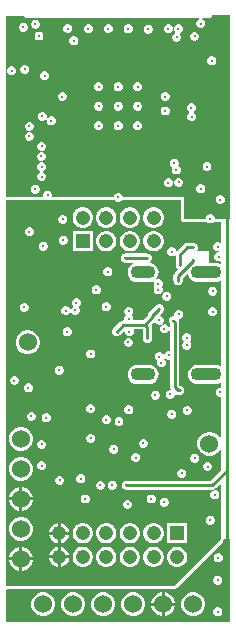
<source format=gbr>
%TF.GenerationSoftware,Altium Limited,Altium Designer,24.6.1 (21)*%
G04 Layer_Physical_Order=3*
G04 Layer_Color=16440176*
%FSLAX45Y45*%
%MOMM*%
%TF.SameCoordinates,189501FC-2F9B-42A0-9727-E85274D5E768*%
%TF.FilePolarity,Positive*%
%TF.FileFunction,Copper,L3,Inr,Signal*%
%TF.Part,Single*%
G01*
G75*
%TA.AperFunction,Conductor*%
%ADD28C,0.25400*%
%TA.AperFunction,ComponentPad*%
%ADD32C,1.52400*%
%ADD33C,1.20800*%
%ADD34R,1.20800X1.20800*%
%ADD35O,2.60000X1.10000*%
%ADD36O,2.10000X1.10000*%
%TA.AperFunction,ViaPad*%
%ADD37C,1.52400*%
%ADD38C,0.25000*%
G36*
X1875000Y5103628D02*
Y3384967D01*
X1741959D01*
Y3393479D01*
X1736189Y3407409D01*
X1725528Y3418071D01*
X1711598Y3423840D01*
X1696520D01*
X1682590Y3418071D01*
X1671929Y3407409D01*
X1666159Y3393479D01*
Y3384967D01*
X1482500D01*
X1480000Y3569967D01*
X963679D01*
Y3575818D01*
X957909Y3589748D01*
X947248Y3600410D01*
X933318Y3606179D01*
X918241D01*
X904311Y3600410D01*
X893649Y3589748D01*
X887880Y3575818D01*
Y3569967D01*
X369360D01*
X364360Y3577450D01*
X365400Y3579961D01*
Y3595039D01*
X359630Y3608969D01*
X348969Y3619630D01*
X335039Y3625400D01*
X319961D01*
X306031Y3619630D01*
X295370Y3608969D01*
X289600Y3595039D01*
Y3579961D01*
X290640Y3577450D01*
X285640Y3569967D01*
X-25000D01*
Y5105000D01*
X130015Y5105408D01*
X131073Y5100089D01*
X136687Y5091687D01*
X145089Y5086073D01*
X154999Y5084102D01*
X1608916D01*
X1610706Y5075102D01*
X1603531Y5072130D01*
X1592870Y5061469D01*
X1587100Y5047539D01*
Y5032461D01*
X1592870Y5018531D01*
X1603531Y5007870D01*
X1617461Y5002100D01*
X1632539D01*
X1646469Y5007870D01*
X1657130Y5018531D01*
X1662900Y5032461D01*
Y5047539D01*
X1657130Y5061469D01*
X1646469Y5072130D01*
X1639294Y5075102D01*
X1641084Y5084102D01*
X1694999D01*
X1704910Y5086073D01*
X1713313Y5091688D01*
X1718926Y5100089D01*
X1720817Y5109594D01*
X1868628Y5109983D01*
X1875000Y5103628D01*
D02*
G37*
G36*
X1456605Y3384617D02*
X1457622Y3379842D01*
X1458574Y3375057D01*
X1458673Y3374908D01*
X1458710Y3374734D01*
X1460000Y3372859D01*
Y3367500D01*
X1463623D01*
X1464188Y3366655D01*
X1464336Y3366556D01*
X1464437Y3366409D01*
X1468537Y3363749D01*
X1472589Y3361041D01*
X1472764Y3361006D01*
X1472913Y3360909D01*
X1477719Y3360021D01*
X1482500Y3359070D01*
X1666159D01*
X1675478Y3360923D01*
X1682590Y3353811D01*
X1696520Y3348041D01*
X1711598D01*
X1725528Y3353811D01*
X1732640Y3360923D01*
X1741959Y3359070D01*
X1792500D01*
Y3191444D01*
X1783500Y3185431D01*
X1777539Y3187900D01*
X1762461D01*
X1748531Y3182130D01*
X1737870Y3171469D01*
X1732100Y3157539D01*
Y3142461D01*
X1737870Y3128531D01*
X1748531Y3117870D01*
X1762461Y3112100D01*
X1777538D01*
X1782955Y3107277D01*
X1778633Y3102900D01*
X1769961D01*
X1756031Y3097130D01*
X1745370Y3086469D01*
X1739600Y3072539D01*
Y3057461D01*
X1745370Y3043531D01*
X1756031Y3032870D01*
X1769961Y3027100D01*
X1785038D01*
X1792500Y3022114D01*
Y3012035D01*
X1783500Y3006612D01*
X1768489Y3012830D01*
X1747500Y3015593D01*
X1697554D01*
X1692500Y3022500D01*
Y3112500D01*
X1597405D01*
X1592620Y3121500D01*
X1592664Y3121566D01*
X1594630Y3123531D01*
X1595694Y3126100D01*
X1598389Y3130134D01*
X1599336Y3134893D01*
X1600400Y3137461D01*
Y3140241D01*
X1601347Y3145000D01*
X1600400Y3149759D01*
Y3152539D01*
X1599336Y3155107D01*
X1598389Y3159866D01*
X1595694Y3163900D01*
X1594630Y3166469D01*
X1592664Y3168435D01*
X1589969Y3172469D01*
X1585935Y3175164D01*
X1583969Y3177130D01*
X1581400Y3178194D01*
X1577366Y3180889D01*
X1572607Y3181836D01*
X1570039Y3182900D01*
X1567259D01*
X1562500Y3183847D01*
X1510000D01*
X1495134Y3180889D01*
X1482531Y3172469D01*
X1426373Y3116311D01*
X1425903Y3116240D01*
X1416281Y3118947D01*
X1412130Y3128969D01*
X1401469Y3139630D01*
X1387539Y3145400D01*
X1372461D01*
X1358531Y3139630D01*
X1347870Y3128969D01*
X1342100Y3115039D01*
Y3099961D01*
X1347870Y3086031D01*
X1358531Y3075370D01*
X1372461Y3069600D01*
X1387539D01*
X1401469Y3075370D01*
X1402153Y3076055D01*
X1411153Y3072327D01*
Y2992500D01*
X1412100Y2987741D01*
Y2984961D01*
X1413164Y2982393D01*
X1414110Y2977634D01*
X1416806Y2973600D01*
X1417870Y2971031D01*
X1419836Y2969065D01*
X1422531Y2965031D01*
X1426231Y2962559D01*
X1426978Y2961923D01*
X1428531Y2960370D01*
X1427468Y2951069D01*
X1405031Y2928632D01*
X1396611Y2916029D01*
X1393654Y2901163D01*
Y2862500D01*
X1394600Y2857741D01*
Y2854961D01*
X1395664Y2852393D01*
X1396611Y2847634D01*
X1399306Y2843600D01*
X1400370Y2841031D01*
X1402336Y2839065D01*
X1405031Y2835031D01*
X1409066Y2832336D01*
X1411031Y2830370D01*
X1413600Y2829306D01*
X1417634Y2826611D01*
X1422393Y2825664D01*
X1424961Y2824600D01*
X1427741D01*
X1432500Y2823653D01*
X1437259Y2824600D01*
X1440039D01*
X1442607Y2825664D01*
X1447366Y2826611D01*
X1451400Y2829306D01*
X1453969Y2830370D01*
X1455935Y2832336D01*
X1459969Y2835031D01*
X1462664Y2839065D01*
X1464630Y2841031D01*
X1465694Y2843600D01*
X1468389Y2847634D01*
X1469336Y2852393D01*
X1470400Y2854961D01*
Y2857741D01*
X1471347Y2862500D01*
Y2885072D01*
X1509720Y2923446D01*
X1518243Y2920553D01*
X1519170Y2913511D01*
X1527271Y2893953D01*
X1540158Y2877158D01*
X1556953Y2864271D01*
X1576511Y2856170D01*
X1597500Y2853406D01*
X1747500D01*
X1768489Y2856170D01*
X1783500Y2862387D01*
X1792500Y2856965D01*
Y2148035D01*
X1783500Y2142612D01*
X1768489Y2148830D01*
X1747500Y2151594D01*
X1597500D01*
X1576511Y2148830D01*
X1556953Y2140729D01*
X1540158Y2127842D01*
X1527271Y2111047D01*
X1519170Y2091489D01*
X1516406Y2070500D01*
X1519170Y2049512D01*
X1527271Y2029953D01*
X1540158Y2013158D01*
X1556953Y2000271D01*
X1576511Y1992170D01*
X1597500Y1989406D01*
X1747500D01*
X1768489Y1992170D01*
X1783500Y1998388D01*
X1792500Y1992965D01*
Y1957900D01*
X1782461D01*
X1768531Y1952130D01*
X1757870Y1941469D01*
X1752100Y1927539D01*
Y1912461D01*
X1757870Y1898531D01*
X1768531Y1887870D01*
X1782461Y1882100D01*
X1792500D01*
Y1538663D01*
X1783500Y1536251D01*
X1778400Y1545084D01*
X1759484Y1564000D01*
X1736316Y1577376D01*
X1710476Y1584300D01*
X1683724D01*
X1657884Y1577376D01*
X1634716Y1564000D01*
X1615800Y1545084D01*
X1602424Y1521916D01*
X1595500Y1496076D01*
Y1469324D01*
X1602424Y1443484D01*
X1615800Y1420316D01*
X1634716Y1401400D01*
X1657884Y1388024D01*
X1683724Y1381100D01*
X1710476D01*
X1736316Y1388024D01*
X1759484Y1401400D01*
X1778400Y1420316D01*
X1783500Y1429149D01*
X1792500Y1426738D01*
Y1257437D01*
X1706409Y1171346D01*
X995000D01*
X990241Y1170400D01*
X987461D01*
X984893Y1169336D01*
X980134Y1168389D01*
X976100Y1165694D01*
X973531Y1164630D01*
X971565Y1162664D01*
X967531Y1159968D01*
X964836Y1155934D01*
X962870Y1153968D01*
X961806Y1151400D01*
X959111Y1147366D01*
X958164Y1142607D01*
X957100Y1140039D01*
Y1137259D01*
X956154Y1132500D01*
X957100Y1127741D01*
Y1124961D01*
X958164Y1122393D01*
X959111Y1117634D01*
X961806Y1113600D01*
X962870Y1111031D01*
X964836Y1109065D01*
X967531Y1105031D01*
X971565Y1102336D01*
X973531Y1100370D01*
X976100Y1099306D01*
X980134Y1096610D01*
X984893Y1095664D01*
X987461Y1094600D01*
X990241D01*
X995000Y1093653D01*
X1722500D01*
X1728615Y1094870D01*
X1732761Y1095694D01*
X1735386Y1087041D01*
X1731015Y1085230D01*
X1723531Y1082130D01*
X1712870Y1071469D01*
X1707100Y1057539D01*
Y1042461D01*
X1712870Y1028531D01*
X1723531Y1017870D01*
X1737461Y1012100D01*
X1752539D01*
X1766469Y1017870D01*
X1777130Y1028531D01*
X1782900Y1042461D01*
Y1057539D01*
X1777130Y1071469D01*
X1766469Y1082130D01*
X1752539Y1087900D01*
X1743827D01*
X1739296Y1087900D01*
X1737366Y1096610D01*
X1740854Y1098941D01*
X1749969Y1105031D01*
X1784185Y1139248D01*
X1792500Y1135804D01*
Y672500D01*
X1402500Y282500D01*
X-19535D01*
X-27496Y290466D01*
X-25000Y3542500D01*
X897961D01*
X904311Y3536150D01*
X918241Y3530380D01*
X933318D01*
X947248Y3536150D01*
X953598Y3542500D01*
X1454471D01*
X1456605Y3384617D01*
D02*
G37*
G36*
X1875000Y-25000D02*
X-25000D01*
Y248513D01*
X-19575Y256556D01*
X-19535Y256602D01*
X1402500D01*
X1412411Y258574D01*
X1420813Y264188D01*
X1810812Y654188D01*
X1816426Y662589D01*
X1818398Y672500D01*
X1875000D01*
Y-25000D01*
D02*
G37*
%LPC*%
G36*
X232537Y5072900D02*
X217460D01*
X203530Y5067131D01*
X192868Y5056469D01*
X187098Y5042539D01*
Y5027462D01*
X192868Y5013532D01*
X203530Y5002871D01*
X217460Y4997101D01*
X232537D01*
X246467Y5002871D01*
X257128Y5013532D01*
X262898Y5027462D01*
Y5042539D01*
X257128Y5056469D01*
X246467Y5067131D01*
X232537Y5072900D01*
D02*
G37*
G36*
X130039Y5047900D02*
X114961D01*
X101031Y5042130D01*
X90370Y5031468D01*
X84600Y5017539D01*
Y5002461D01*
X90370Y4988531D01*
X101031Y4977870D01*
X114961Y4972100D01*
X130039D01*
X143968Y4977870D01*
X154630Y4988531D01*
X160400Y5002461D01*
Y5017539D01*
X154630Y5031468D01*
X143968Y5042130D01*
X130039Y5047900D01*
D02*
G37*
G36*
X850039Y5035400D02*
X834961D01*
X821031Y5029630D01*
X810370Y5018969D01*
X804600Y5005039D01*
Y4989961D01*
X810370Y4976031D01*
X821031Y4965370D01*
X834961Y4959600D01*
X850039D01*
X863969Y4965370D01*
X874630Y4976031D01*
X880400Y4989961D01*
Y5005039D01*
X874630Y5018969D01*
X863969Y5029630D01*
X850039Y5035400D01*
D02*
G37*
G36*
X507539D02*
X492461D01*
X478531Y5029630D01*
X467870Y5018969D01*
X462100Y5005039D01*
Y4989961D01*
X467870Y4976031D01*
X478531Y4965370D01*
X492461Y4959600D01*
X507539D01*
X521469Y4965370D01*
X532130Y4976031D01*
X537900Y4989961D01*
Y5005039D01*
X532130Y5018969D01*
X521469Y5029630D01*
X507539Y5035400D01*
D02*
G37*
G36*
X1357539Y5032900D02*
X1342461D01*
X1328532Y5027130D01*
X1317870Y5016469D01*
X1312100Y5002539D01*
Y4987461D01*
X1317870Y4973531D01*
X1328532Y4962870D01*
X1342461Y4957100D01*
X1357539D01*
X1371469Y4962870D01*
X1382130Y4973531D01*
X1387900Y4987461D01*
Y5002539D01*
X1382130Y5016469D01*
X1371469Y5027130D01*
X1357539Y5032900D01*
D02*
G37*
G36*
X1017539D02*
X1002461D01*
X988531Y5027130D01*
X977870Y5016469D01*
X972100Y5002539D01*
Y4987461D01*
X977870Y4973531D01*
X988531Y4962870D01*
X1002461Y4957100D01*
X1017539D01*
X1031469Y4962870D01*
X1042130Y4973531D01*
X1047900Y4987461D01*
Y5002539D01*
X1042130Y5016469D01*
X1031469Y5027130D01*
X1017539Y5032900D01*
D02*
G37*
G36*
X680039D02*
X664961D01*
X651031Y5027130D01*
X640370Y5016469D01*
X634600Y5002539D01*
Y4987461D01*
X640370Y4973531D01*
X651031Y4962870D01*
X664961Y4957100D01*
X680039D01*
X693969Y4962870D01*
X704630Y4973531D01*
X710400Y4987461D01*
Y5002539D01*
X704630Y5016469D01*
X693969Y5027130D01*
X680039Y5032900D01*
D02*
G37*
G36*
X1187539Y5030400D02*
X1172461D01*
X1158531Y5024630D01*
X1147870Y5013969D01*
X1142100Y5000039D01*
Y4984961D01*
X1147870Y4971031D01*
X1158531Y4960370D01*
X1172461Y4954600D01*
X1187539D01*
X1201469Y4960370D01*
X1212130Y4971031D01*
X1217900Y4984961D01*
Y5000039D01*
X1212130Y5013969D01*
X1201469Y5024630D01*
X1187539Y5030400D01*
D02*
G37*
G36*
X262539Y4972900D02*
X247461D01*
X233531Y4967130D01*
X222870Y4956469D01*
X217100Y4942539D01*
Y4927461D01*
X222870Y4913531D01*
X233531Y4902870D01*
X247461Y4897100D01*
X262539D01*
X276469Y4902870D01*
X287130Y4913531D01*
X292900Y4927461D01*
Y4942539D01*
X287130Y4956469D01*
X276469Y4967130D01*
X262539Y4972900D01*
D02*
G37*
G36*
X1580039Y4970400D02*
X1564961D01*
X1551031Y4964630D01*
X1540370Y4953969D01*
X1534600Y4940039D01*
Y4924961D01*
X1540370Y4911031D01*
X1551031Y4900370D01*
X1564961Y4894600D01*
X1580039D01*
X1593969Y4900370D01*
X1604630Y4911031D01*
X1610400Y4924961D01*
Y4940039D01*
X1604630Y4953969D01*
X1593969Y4964630D01*
X1580039Y4970400D01*
D02*
G37*
G36*
X1442539Y5032900D02*
X1427461D01*
X1413531Y5027130D01*
X1402870Y5016469D01*
X1397100Y5002539D01*
Y4987461D01*
X1402870Y4973531D01*
X1408076Y4968325D01*
X1405964Y4957709D01*
X1398531Y4954630D01*
X1387870Y4943969D01*
X1382100Y4930039D01*
Y4914961D01*
X1387870Y4901031D01*
X1398531Y4890370D01*
X1412461Y4884600D01*
X1427539D01*
X1441469Y4890370D01*
X1452130Y4901031D01*
X1457900Y4914961D01*
Y4930039D01*
X1452130Y4943969D01*
X1446924Y4949175D01*
X1449035Y4959791D01*
X1456469Y4962870D01*
X1467130Y4973531D01*
X1472900Y4987461D01*
Y5002539D01*
X1467130Y5016469D01*
X1456469Y5027130D01*
X1442539Y5032900D01*
D02*
G37*
G36*
X557539Y4932900D02*
X542461D01*
X528531Y4927130D01*
X517870Y4916469D01*
X512100Y4902539D01*
Y4887461D01*
X517870Y4873532D01*
X528531Y4862870D01*
X542461Y4857100D01*
X557539D01*
X571469Y4862870D01*
X582130Y4873532D01*
X587900Y4887461D01*
Y4902539D01*
X582130Y4916469D01*
X571469Y4927130D01*
X557539Y4932900D01*
D02*
G37*
G36*
X1725039Y4762900D02*
X1709961D01*
X1696031Y4757130D01*
X1685370Y4746469D01*
X1679600Y4732539D01*
Y4717461D01*
X1685370Y4703531D01*
X1696031Y4692870D01*
X1709961Y4687100D01*
X1725039D01*
X1738969Y4692870D01*
X1749630Y4703531D01*
X1755400Y4717461D01*
Y4732539D01*
X1749630Y4746469D01*
X1738969Y4757130D01*
X1725039Y4762900D01*
D02*
G37*
G36*
X142539Y4690400D02*
X127461D01*
X113531Y4684630D01*
X102870Y4673969D01*
X97100Y4660039D01*
Y4644961D01*
X102870Y4631031D01*
X113531Y4620370D01*
X127461Y4614600D01*
X142539D01*
X156469Y4620370D01*
X167130Y4631031D01*
X172900Y4644961D01*
Y4660039D01*
X167130Y4673969D01*
X156469Y4684630D01*
X142539Y4690400D01*
D02*
G37*
G36*
X30039Y4677900D02*
X14961D01*
X1031Y4672130D01*
X-9630Y4661469D01*
X-15400Y4647539D01*
Y4632461D01*
X-9630Y4618532D01*
X1031Y4607870D01*
X14961Y4602100D01*
X30039D01*
X43969Y4607870D01*
X54630Y4618532D01*
X60400Y4632461D01*
Y4647539D01*
X54630Y4661469D01*
X43969Y4672130D01*
X30039Y4677900D01*
D02*
G37*
G36*
X310039Y4635400D02*
X294961D01*
X281031Y4629630D01*
X270370Y4618969D01*
X264600Y4605039D01*
Y4589961D01*
X270370Y4576031D01*
X281031Y4565370D01*
X294961Y4559600D01*
X310039D01*
X323969Y4565370D01*
X334630Y4576031D01*
X340400Y4589961D01*
Y4605039D01*
X334630Y4618969D01*
X323969Y4629630D01*
X310039Y4635400D01*
D02*
G37*
G36*
X1097538Y4542899D02*
X1082460D01*
X1068531Y4537130D01*
X1057869Y4526468D01*
X1052099Y4512538D01*
Y4497461D01*
X1057869Y4483531D01*
X1068531Y4472870D01*
X1082460Y4467100D01*
X1097538D01*
X1111468Y4472870D01*
X1122129Y4483531D01*
X1127899Y4497461D01*
Y4512538D01*
X1122129Y4526468D01*
X1111468Y4537130D01*
X1097538Y4542899D01*
D02*
G37*
G36*
X932538D02*
X917460D01*
X903530Y4537130D01*
X892869Y4526468D01*
X887099Y4512538D01*
Y4497461D01*
X892869Y4483531D01*
X903530Y4472870D01*
X917460Y4467100D01*
X932538D01*
X946467Y4472870D01*
X957129Y4483531D01*
X962899Y4497461D01*
Y4512538D01*
X957129Y4526468D01*
X946467Y4537130D01*
X932538Y4542899D01*
D02*
G37*
G36*
X767538Y4542899D02*
X752460D01*
X738530Y4537129D01*
X727869Y4526468D01*
X722099Y4512538D01*
Y4497461D01*
X727869Y4483531D01*
X738530Y4472869D01*
X752460Y4467100D01*
X767538D01*
X781468Y4472869D01*
X792129Y4483531D01*
X797899Y4497461D01*
Y4512538D01*
X792129Y4526468D01*
X781468Y4537129D01*
X767538Y4542899D01*
D02*
G37*
G36*
X1330039Y4460400D02*
X1314961D01*
X1301031Y4454630D01*
X1290370Y4443969D01*
X1284600Y4430039D01*
Y4414961D01*
X1290370Y4401031D01*
X1301031Y4390370D01*
X1314961Y4384600D01*
X1330039D01*
X1343969Y4390370D01*
X1354630Y4401031D01*
X1360400Y4414961D01*
Y4430039D01*
X1354630Y4443969D01*
X1343969Y4454630D01*
X1330039Y4460400D01*
D02*
G37*
G36*
X460039D02*
X444961D01*
X431031Y4454630D01*
X420370Y4443969D01*
X414600Y4430039D01*
Y4414961D01*
X420370Y4401031D01*
X431031Y4390370D01*
X444961Y4384600D01*
X460039D01*
X473969Y4390370D01*
X484630Y4401031D01*
X490400Y4414961D01*
Y4430039D01*
X484630Y4443969D01*
X473969Y4454630D01*
X460039Y4460400D01*
D02*
G37*
G36*
X1097538Y4377899D02*
X1082460D01*
X1068531Y4372129D01*
X1057869Y4361468D01*
X1052099Y4347538D01*
Y4332461D01*
X1057869Y4318531D01*
X1068531Y4307869D01*
X1082460Y4302100D01*
X1097538D01*
X1111468Y4307869D01*
X1122129Y4318531D01*
X1127899Y4332461D01*
Y4347538D01*
X1122129Y4361468D01*
X1111468Y4372129D01*
X1097538Y4377899D01*
D02*
G37*
G36*
X932538D02*
X917460D01*
X903530Y4372129D01*
X892869Y4361468D01*
X887099Y4347538D01*
Y4332461D01*
X892869Y4318531D01*
X903530Y4307869D01*
X917460Y4302100D01*
X932538D01*
X946467Y4307869D01*
X957129Y4318531D01*
X962899Y4332461D01*
Y4347538D01*
X957129Y4361468D01*
X946467Y4372129D01*
X932538Y4377899D01*
D02*
G37*
G36*
X767538D02*
X752461D01*
X738531Y4372129D01*
X727870Y4361468D01*
X722100Y4347538D01*
Y4332461D01*
X727870Y4318531D01*
X738531Y4307869D01*
X752461Y4302100D01*
X767538D01*
X781468Y4307869D01*
X792130Y4318531D01*
X797900Y4332461D01*
Y4347538D01*
X792130Y4361468D01*
X781468Y4372129D01*
X767538Y4377899D01*
D02*
G37*
G36*
X1330039Y4337900D02*
X1314961D01*
X1301031Y4332130D01*
X1290370Y4321469D01*
X1284600Y4307539D01*
Y4292461D01*
X1290370Y4278531D01*
X1301031Y4267870D01*
X1314961Y4262100D01*
X1330039D01*
X1343969Y4267870D01*
X1354630Y4278531D01*
X1360400Y4292461D01*
Y4307539D01*
X1354630Y4321469D01*
X1343969Y4332130D01*
X1330039Y4337900D01*
D02*
G37*
G36*
X1552539Y4365400D02*
X1537461D01*
X1523531Y4359630D01*
X1512870Y4348969D01*
X1507100Y4335039D01*
Y4319961D01*
X1512870Y4306032D01*
X1523531Y4295370D01*
X1525987Y4294353D01*
X1526031Y4284630D01*
X1515370Y4273969D01*
X1509600Y4260039D01*
Y4244961D01*
X1515370Y4231031D01*
X1526031Y4220370D01*
X1539961Y4214600D01*
X1555039D01*
X1568969Y4220370D01*
X1579630Y4231031D01*
X1585400Y4244961D01*
Y4260039D01*
X1579630Y4273969D01*
X1568969Y4284630D01*
X1566513Y4285647D01*
X1566469Y4295370D01*
X1577130Y4306032D01*
X1582900Y4319961D01*
Y4335039D01*
X1577130Y4348969D01*
X1566469Y4359630D01*
X1552539Y4365400D01*
D02*
G37*
G36*
X290039Y4292900D02*
X274961D01*
X261031Y4287130D01*
X250370Y4276469D01*
X244600Y4262539D01*
Y4247461D01*
X250370Y4233532D01*
X261031Y4222870D01*
X274961Y4217100D01*
X290039D01*
X303969Y4222870D01*
X312490Y4231391D01*
X320120Y4226293D01*
X319600Y4225039D01*
Y4209961D01*
X325370Y4196031D01*
X336031Y4185370D01*
X349961Y4179600D01*
X365039D01*
X378969Y4185370D01*
X389630Y4196031D01*
X395400Y4209961D01*
Y4225039D01*
X389630Y4238969D01*
X378969Y4249630D01*
X365039Y4255400D01*
X349961D01*
X336031Y4249630D01*
X327510Y4241109D01*
X319880Y4246207D01*
X320400Y4247461D01*
Y4262539D01*
X314630Y4276469D01*
X303969Y4287130D01*
X290039Y4292900D01*
D02*
G37*
G36*
X1097538Y4212899D02*
X1082460D01*
X1068531Y4207130D01*
X1057869Y4196468D01*
X1052099Y4182538D01*
Y4167461D01*
X1057869Y4153531D01*
X1068531Y4142870D01*
X1082460Y4137100D01*
X1097538D01*
X1111468Y4142870D01*
X1122129Y4153531D01*
X1127899Y4167461D01*
Y4182538D01*
X1122129Y4196468D01*
X1111468Y4207130D01*
X1097538Y4212899D01*
D02*
G37*
G36*
X932538Y4212899D02*
X917460D01*
X903530Y4207129D01*
X892869Y4196468D01*
X887099Y4182538D01*
Y4167461D01*
X892869Y4153531D01*
X903530Y4142869D01*
X917460Y4137099D01*
X932538D01*
X946467Y4142869D01*
X957129Y4153531D01*
X962899Y4167461D01*
Y4182538D01*
X957129Y4196468D01*
X946467Y4207129D01*
X932538Y4212899D01*
D02*
G37*
G36*
X767538D02*
X752460D01*
X738530Y4207129D01*
X727869Y4196468D01*
X722099Y4182538D01*
Y4167461D01*
X727869Y4153531D01*
X738530Y4142869D01*
X752460Y4137099D01*
X767538D01*
X781468Y4142869D01*
X792129Y4153531D01*
X797899Y4167461D01*
Y4182538D01*
X792129Y4196468D01*
X781468Y4207129D01*
X767538Y4212899D01*
D02*
G37*
G36*
X180639Y4207900D02*
X165561D01*
X151631Y4202130D01*
X140970Y4191469D01*
X135200Y4177539D01*
Y4162461D01*
X140970Y4148531D01*
X151631Y4137870D01*
X165561Y4132100D01*
X180639D01*
X194569Y4137870D01*
X205230Y4148531D01*
X211000Y4162461D01*
Y4177539D01*
X205230Y4191469D01*
X194569Y4202130D01*
X180639Y4207900D01*
D02*
G37*
G36*
Y4122900D02*
X165561D01*
X151631Y4117130D01*
X140970Y4106468D01*
X135200Y4092538D01*
Y4077461D01*
X140970Y4063531D01*
X151631Y4052870D01*
X165561Y4047100D01*
X180639D01*
X194569Y4052870D01*
X205230Y4063531D01*
X211000Y4077461D01*
Y4092538D01*
X205230Y4106468D01*
X194569Y4117130D01*
X180639Y4122900D01*
D02*
G37*
G36*
X285039Y4037900D02*
X269961D01*
X256031Y4032130D01*
X245370Y4021468D01*
X239600Y4007539D01*
Y3992461D01*
X245370Y3978531D01*
X256031Y3967870D01*
X269961Y3962100D01*
X285039D01*
X298969Y3967870D01*
X309630Y3978531D01*
X315400Y3992461D01*
Y4007539D01*
X309630Y4021468D01*
X298969Y4032130D01*
X285039Y4037900D01*
D02*
G37*
G36*
X282539Y3952900D02*
X267461D01*
X253531Y3947130D01*
X242870Y3936469D01*
X237100Y3922539D01*
Y3907461D01*
X242870Y3893531D01*
X253531Y3882870D01*
X267461Y3877100D01*
X282539D01*
X296469Y3882870D01*
X307130Y3893531D01*
X312900Y3907461D01*
Y3922539D01*
X307130Y3936469D01*
X296469Y3947130D01*
X282539Y3952900D01*
D02*
G37*
G36*
X1685039Y3867900D02*
X1669961D01*
X1656031Y3862130D01*
X1645370Y3851469D01*
X1639600Y3837539D01*
Y3822461D01*
X1645370Y3808531D01*
X1656031Y3797870D01*
X1669961Y3792100D01*
X1685039D01*
X1698969Y3797870D01*
X1709630Y3808531D01*
X1715400Y3822461D01*
Y3837539D01*
X1709630Y3851469D01*
X1698969Y3862130D01*
X1685039Y3867900D01*
D02*
G37*
G36*
X1406939Y3897300D02*
X1391861D01*
X1377931Y3891530D01*
X1367270Y3880869D01*
X1361500Y3866939D01*
Y3851861D01*
X1367270Y3837932D01*
X1377931Y3827270D01*
X1381144Y3816198D01*
X1377880Y3808318D01*
Y3793241D01*
X1383650Y3779311D01*
X1394311Y3768650D01*
X1408241Y3762880D01*
X1423318D01*
X1437248Y3768650D01*
X1447909Y3779311D01*
X1453679Y3793241D01*
Y3808318D01*
X1447909Y3822248D01*
X1437248Y3832909D01*
X1434036Y3843982D01*
X1437300Y3851861D01*
Y3866939D01*
X1431530Y3880869D01*
X1420869Y3891530D01*
X1406939Y3897300D01*
D02*
G37*
G36*
X285039Y3865400D02*
X269961D01*
X256031Y3859630D01*
X245370Y3848969D01*
X239600Y3835039D01*
Y3819961D01*
X245370Y3806032D01*
X256031Y3795370D01*
X266290Y3791121D01*
Y3781379D01*
X256031Y3777130D01*
X245370Y3766468D01*
X239600Y3752539D01*
Y3737461D01*
X245370Y3723531D01*
X256031Y3712870D01*
X269961Y3707100D01*
X285039D01*
X298969Y3712870D01*
X309630Y3723531D01*
X315400Y3737461D01*
Y3752539D01*
X309630Y3766468D01*
X298969Y3777130D01*
X288710Y3781379D01*
Y3791121D01*
X298969Y3795370D01*
X309630Y3806032D01*
X315400Y3819961D01*
Y3835039D01*
X309630Y3848969D01*
X298969Y3859630D01*
X285039Y3865400D01*
D02*
G37*
G36*
X1445039Y3732900D02*
X1429961D01*
X1416031Y3727130D01*
X1405370Y3716469D01*
X1399600Y3702539D01*
Y3687461D01*
X1405370Y3673531D01*
X1416031Y3662870D01*
X1429961Y3657100D01*
X1445039D01*
X1458969Y3662870D01*
X1469630Y3673531D01*
X1475400Y3687461D01*
Y3702539D01*
X1469630Y3716469D01*
X1458969Y3727130D01*
X1445039Y3732900D01*
D02*
G37*
G36*
X1357539Y3730400D02*
X1342461D01*
X1328532Y3724630D01*
X1317870Y3713969D01*
X1312100Y3700039D01*
Y3684961D01*
X1317870Y3671032D01*
X1328532Y3660370D01*
X1342461Y3654600D01*
X1357539D01*
X1371469Y3660370D01*
X1382130Y3671032D01*
X1387900Y3684961D01*
Y3700039D01*
X1382130Y3713969D01*
X1371469Y3724630D01*
X1357539Y3730400D01*
D02*
G37*
G36*
X1632538Y3677899D02*
X1617461D01*
X1603531Y3672129D01*
X1592870Y3661467D01*
X1587100Y3647538D01*
Y3632460D01*
X1592870Y3618530D01*
X1603531Y3607869D01*
X1617461Y3602099D01*
X1632538D01*
X1646468Y3607869D01*
X1657130Y3618530D01*
X1662899Y3632460D01*
Y3647538D01*
X1657130Y3661467D01*
X1646468Y3672129D01*
X1632538Y3677899D01*
D02*
G37*
G36*
X230038Y3675400D02*
X214961D01*
X201031Y3669630D01*
X190370Y3658969D01*
X184600Y3645039D01*
Y3629961D01*
X190370Y3616031D01*
X201031Y3605370D01*
X214961Y3599600D01*
X230038D01*
X243968Y3605370D01*
X254630Y3616031D01*
X260400Y3629961D01*
Y3645039D01*
X254630Y3658969D01*
X243968Y3669630D01*
X230038Y3675400D01*
D02*
G37*
G36*
X1797540Y3586958D02*
X1782463D01*
X1768533Y3581188D01*
X1757872Y3570526D01*
X1752102Y3556596D01*
Y3541519D01*
X1757872Y3527589D01*
X1768533Y3516928D01*
X1782463Y3511158D01*
X1797540D01*
X1811470Y3516928D01*
X1822131Y3527589D01*
X1827901Y3541519D01*
Y3556596D01*
X1822131Y3570526D01*
X1811470Y3581188D01*
X1797540Y3586958D01*
D02*
G37*
G36*
X465039Y3420400D02*
X449961D01*
X436031Y3414630D01*
X425370Y3403969D01*
X419600Y3390039D01*
Y3374961D01*
X425370Y3361031D01*
X436031Y3350370D01*
X449961Y3344600D01*
X465039D01*
X478969Y3350370D01*
X489630Y3361031D01*
X495400Y3374961D01*
Y3390039D01*
X489630Y3403969D01*
X478969Y3414630D01*
X465039Y3420400D01*
D02*
G37*
G36*
X1236296Y3483300D02*
X1213704D01*
X1191882Y3477453D01*
X1172317Y3466157D01*
X1156343Y3450183D01*
X1145047Y3430618D01*
X1139200Y3408796D01*
Y3386204D01*
X1145047Y3364383D01*
X1156343Y3344818D01*
X1172317Y3328843D01*
X1191882Y3317547D01*
X1213704Y3311700D01*
X1236296D01*
X1258117Y3317547D01*
X1277682Y3328843D01*
X1293657Y3344818D01*
X1304953Y3364383D01*
X1310800Y3386204D01*
Y3408796D01*
X1304953Y3430618D01*
X1293657Y3450183D01*
X1277682Y3466157D01*
X1258117Y3477453D01*
X1236296Y3483300D01*
D02*
G37*
G36*
X1036296D02*
X1013704D01*
X991882Y3477453D01*
X972317Y3466157D01*
X956343Y3450183D01*
X945047Y3430618D01*
X939200Y3408796D01*
Y3386204D01*
X945047Y3364383D01*
X956343Y3344818D01*
X972317Y3328843D01*
X991882Y3317547D01*
X1013704Y3311700D01*
X1036296D01*
X1058117Y3317547D01*
X1077682Y3328843D01*
X1093657Y3344818D01*
X1104953Y3364383D01*
X1110800Y3386204D01*
Y3408796D01*
X1104953Y3430618D01*
X1093657Y3450183D01*
X1077682Y3466157D01*
X1058117Y3477453D01*
X1036296Y3483300D01*
D02*
G37*
G36*
X836296D02*
X813704D01*
X791882Y3477453D01*
X772317Y3466157D01*
X756343Y3450183D01*
X745047Y3430618D01*
X739200Y3408796D01*
Y3386204D01*
X745047Y3364383D01*
X756343Y3344818D01*
X772317Y3328843D01*
X791882Y3317547D01*
X813704Y3311700D01*
X836296D01*
X858117Y3317547D01*
X877682Y3328843D01*
X893657Y3344818D01*
X904953Y3364383D01*
X910800Y3386204D01*
Y3408796D01*
X904953Y3430618D01*
X893657Y3450183D01*
X877682Y3466157D01*
X858117Y3477453D01*
X836296Y3483300D01*
D02*
G37*
G36*
X636296D02*
X613704D01*
X591882Y3477453D01*
X572317Y3466157D01*
X556343Y3450183D01*
X545047Y3430618D01*
X539200Y3408796D01*
Y3386204D01*
X545047Y3364383D01*
X556343Y3344818D01*
X572317Y3328843D01*
X591882Y3317547D01*
X613704Y3311700D01*
X636296D01*
X658117Y3317547D01*
X677682Y3328843D01*
X693657Y3344818D01*
X704953Y3364383D01*
X710800Y3386204D01*
Y3408796D01*
X704953Y3430618D01*
X693657Y3450183D01*
X677682Y3466157D01*
X658117Y3477453D01*
X636296Y3483300D01*
D02*
G37*
G36*
X180639Y3315400D02*
X165561D01*
X151631Y3309630D01*
X140970Y3298969D01*
X135200Y3285039D01*
Y3269961D01*
X140970Y3256031D01*
X151631Y3245370D01*
X165561Y3239600D01*
X180639D01*
X194569Y3245370D01*
X205230Y3256031D01*
X211000Y3269961D01*
Y3285039D01*
X205230Y3298969D01*
X194569Y3309630D01*
X180639Y3315400D01*
D02*
G37*
G36*
X467339Y3243355D02*
X452261D01*
X438331Y3237585D01*
X427670Y3226923D01*
X421900Y3212994D01*
Y3197916D01*
X427670Y3183986D01*
X438331Y3173325D01*
X452261Y3167555D01*
X467339D01*
X481269Y3173325D01*
X491930Y3183986D01*
X497700Y3197916D01*
Y3212994D01*
X491930Y3226923D01*
X481269Y3237585D01*
X467339Y3243355D01*
D02*
G37*
G36*
X297818Y3194179D02*
X282741D01*
X268811Y3188409D01*
X258150Y3177748D01*
X252380Y3163818D01*
Y3148741D01*
X258150Y3134811D01*
X268811Y3124149D01*
X282741Y3118380D01*
X297818D01*
X311748Y3124149D01*
X322410Y3134811D01*
X328179Y3148741D01*
Y3163818D01*
X322410Y3177748D01*
X311748Y3188409D01*
X297818Y3194179D01*
D02*
G37*
G36*
X1236296Y3283300D02*
X1213704D01*
X1191882Y3277453D01*
X1172317Y3266157D01*
X1156343Y3250182D01*
X1145047Y3230618D01*
X1139200Y3208796D01*
Y3186204D01*
X1145047Y3164383D01*
X1156343Y3144818D01*
X1172317Y3128843D01*
X1191882Y3117547D01*
X1213704Y3111700D01*
X1236296D01*
X1258117Y3117547D01*
X1277682Y3128843D01*
X1293657Y3144818D01*
X1304953Y3164383D01*
X1310800Y3186204D01*
Y3208796D01*
X1304953Y3230618D01*
X1293657Y3250182D01*
X1277682Y3266157D01*
X1258117Y3277453D01*
X1236296Y3283300D01*
D02*
G37*
G36*
X1036296D02*
X1013704D01*
X991882Y3277453D01*
X972317Y3266157D01*
X956343Y3250182D01*
X945047Y3230618D01*
X939200Y3208796D01*
Y3186204D01*
X945047Y3164383D01*
X956343Y3144818D01*
X972317Y3128843D01*
X991882Y3117547D01*
X1013704Y3111700D01*
X1036296D01*
X1058117Y3117547D01*
X1077682Y3128843D01*
X1093657Y3144818D01*
X1104953Y3164383D01*
X1110800Y3186204D01*
Y3208796D01*
X1104953Y3230618D01*
X1093657Y3250182D01*
X1077682Y3266157D01*
X1058117Y3277453D01*
X1036296Y3283300D01*
D02*
G37*
G36*
X836296D02*
X813704D01*
X791882Y3277453D01*
X772317Y3266157D01*
X756343Y3250182D01*
X745047Y3230618D01*
X739200Y3208796D01*
Y3186204D01*
X745047Y3164383D01*
X756343Y3144818D01*
X772317Y3128843D01*
X791882Y3117547D01*
X813704Y3111700D01*
X836296D01*
X858117Y3117547D01*
X877682Y3128843D01*
X893657Y3144818D01*
X904953Y3164383D01*
X910800Y3186204D01*
Y3208796D01*
X904953Y3230618D01*
X893657Y3250182D01*
X877682Y3266157D01*
X858117Y3277453D01*
X836296Y3283300D01*
D02*
G37*
G36*
X710800D02*
X539200D01*
Y3111700D01*
X710800D01*
Y3283300D01*
D02*
G37*
G36*
X845039Y2975400D02*
X829961D01*
X816031Y2969630D01*
X805370Y2958969D01*
X799600Y2945039D01*
Y2929961D01*
X805370Y2916032D01*
X816031Y2905370D01*
X829961Y2899600D01*
X845039D01*
X858969Y2905370D01*
X869630Y2916032D01*
X875400Y2929961D01*
Y2945039D01*
X869630Y2958969D01*
X858969Y2969630D01*
X845039Y2975400D01*
D02*
G37*
G36*
X1172500Y3093846D02*
X985000D01*
X980241Y3092900D01*
X977461D01*
X974893Y3091836D01*
X970134Y3090889D01*
X966100Y3088194D01*
X963531Y3087130D01*
X961566Y3085164D01*
X957531Y3082469D01*
X954836Y3078435D01*
X952870Y3076469D01*
X951806Y3073900D01*
X949111Y3069866D01*
X948164Y3065107D01*
X947100Y3062539D01*
Y3059759D01*
X946154Y3055000D01*
X947100Y3050241D01*
Y3047461D01*
X948164Y3044893D01*
X949111Y3040134D01*
X951806Y3036100D01*
X952870Y3033531D01*
X954836Y3031565D01*
X957531Y3027531D01*
X961566Y3024836D01*
X963531Y3022870D01*
X966100Y3021806D01*
X970134Y3019111D01*
X974893Y3018164D01*
X977461Y3017100D01*
X980241D01*
X985000Y3016153D01*
X1050016D01*
X1051807Y3007153D01*
X1045953Y3004729D01*
X1029158Y2991842D01*
X1016271Y2975047D01*
X1008170Y2955488D01*
X1005406Y2934500D01*
X1008170Y2913511D01*
X1016271Y2893953D01*
X1029158Y2877158D01*
X1045953Y2864271D01*
X1065511Y2856170D01*
X1086500Y2853406D01*
X1186500D01*
X1207489Y2856170D01*
X1225131Y2863477D01*
X1231213Y2857212D01*
X1231433Y2856838D01*
X1226500Y2844927D01*
Y2829850D01*
X1232270Y2815920D01*
X1236995Y2811194D01*
X1232270Y2806469D01*
X1226500Y2792539D01*
Y2777461D01*
X1232270Y2763531D01*
X1242931Y2752870D01*
X1256861Y2747100D01*
X1271939D01*
X1285868Y2752870D01*
X1296530Y2763531D01*
X1302300Y2777461D01*
Y2792539D01*
X1296530Y2806469D01*
X1291804Y2811194D01*
X1296530Y2815920D01*
X1302300Y2829850D01*
Y2844927D01*
X1296530Y2858857D01*
X1285868Y2869519D01*
X1271939Y2875288D01*
X1256861D01*
X1252303Y2873400D01*
X1246631Y2880793D01*
X1256729Y2893953D01*
X1264831Y2913511D01*
X1267594Y2934500D01*
X1264831Y2955488D01*
X1256729Y2975047D01*
X1243842Y2991842D01*
X1227047Y3004729D01*
X1207489Y3012830D01*
X1196683Y3014253D01*
X1194958Y3019728D01*
X1194691Y3023593D01*
X1195935Y3024836D01*
X1199969Y3027531D01*
X1202664Y3031565D01*
X1204630Y3033531D01*
X1205694Y3036100D01*
X1208390Y3040134D01*
X1209336Y3044893D01*
X1210400Y3047461D01*
Y3050241D01*
X1211347Y3055000D01*
X1210400Y3059759D01*
Y3062539D01*
X1209336Y3065107D01*
X1208390Y3069866D01*
X1205694Y3073900D01*
X1204630Y3076469D01*
X1202664Y3078435D01*
X1199969Y3082469D01*
X1195935Y3085164D01*
X1193969Y3087130D01*
X1191400Y3088194D01*
X1187366Y3090889D01*
X1182607Y3091836D01*
X1180039Y3092900D01*
X1177259D01*
X1172500Y3093846D01*
D02*
G37*
G36*
X747139Y2822659D02*
X732062D01*
X718132Y2816889D01*
X707470Y2806228D01*
X701700Y2792298D01*
Y2777220D01*
X707470Y2763290D01*
X718132Y2752629D01*
X732062Y2746859D01*
X747139D01*
X761069Y2752629D01*
X771730Y2763290D01*
X777500Y2777220D01*
Y2792298D01*
X771730Y2806228D01*
X761069Y2816889D01*
X747139Y2822659D01*
D02*
G37*
G36*
X1732539Y2812900D02*
X1717461D01*
X1703532Y2807130D01*
X1692870Y2796469D01*
X1687100Y2782539D01*
Y2767461D01*
X1692870Y2753531D01*
X1703532Y2742870D01*
X1717461Y2737100D01*
X1732539D01*
X1746469Y2742870D01*
X1757130Y2753531D01*
X1762900Y2767461D01*
Y2782539D01*
X1757130Y2796469D01*
X1746469Y2807130D01*
X1732539Y2812900D01*
D02*
G37*
G36*
X1344639Y2770400D02*
X1329561D01*
X1315631Y2764630D01*
X1304970Y2753969D01*
X1299200Y2740039D01*
Y2724961D01*
X1304970Y2711031D01*
X1315631Y2700370D01*
X1329561Y2694600D01*
X1344639D01*
X1358569Y2700370D01*
X1369230Y2711031D01*
X1375000Y2724961D01*
Y2740039D01*
X1369230Y2753969D01*
X1358569Y2764630D01*
X1344639Y2770400D01*
D02*
G37*
G36*
X579739Y2714401D02*
X564661D01*
X550731Y2708631D01*
X540070Y2697969D01*
X534300Y2684040D01*
Y2668962D01*
X540070Y2655032D01*
X542598Y2652505D01*
X541031Y2644630D01*
X530370Y2633969D01*
X526778Y2625296D01*
X517036D01*
X514630Y2631104D01*
X503969Y2641766D01*
X490039Y2647535D01*
X474961D01*
X461032Y2641766D01*
X450370Y2631104D01*
X444600Y2617174D01*
Y2602097D01*
X450370Y2588167D01*
X461032Y2577506D01*
X474961Y2571736D01*
X490039D01*
X503969Y2577506D01*
X514630Y2588167D01*
X518222Y2596840D01*
X527964D01*
X530370Y2591031D01*
X541031Y2580370D01*
X554961Y2574600D01*
X570039D01*
X583969Y2580370D01*
X594630Y2591031D01*
X600400Y2604961D01*
Y2620039D01*
X594630Y2633969D01*
X592102Y2636496D01*
X593669Y2644371D01*
X604330Y2655032D01*
X610100Y2668962D01*
Y2684040D01*
X604330Y2697969D01*
X593669Y2708631D01*
X579739Y2714401D01*
D02*
G37*
G36*
X830238Y2679300D02*
X815161D01*
X801231Y2673530D01*
X790570Y2662868D01*
X784800Y2648939D01*
Y2633861D01*
X790570Y2619931D01*
X801231Y2609270D01*
X815161Y2603500D01*
X830238D01*
X844168Y2609270D01*
X854830Y2619931D01*
X860599Y2633861D01*
Y2648939D01*
X854830Y2662868D01*
X844168Y2673530D01*
X830238Y2679300D01*
D02*
G37*
G36*
X137539Y2675400D02*
X122461D01*
X108531Y2669630D01*
X97870Y2658969D01*
X92100Y2645039D01*
Y2629961D01*
X97870Y2616031D01*
X108531Y2605370D01*
X122461Y2599600D01*
X137539D01*
X151469Y2605370D01*
X162130Y2616031D01*
X167900Y2629961D01*
Y2645039D01*
X162130Y2658969D01*
X151469Y2669630D01*
X137539Y2675400D01*
D02*
G37*
G36*
X1732539Y2637900D02*
X1717461D01*
X1703532Y2632130D01*
X1692870Y2621468D01*
X1687100Y2607539D01*
Y2592461D01*
X1692870Y2578531D01*
X1703532Y2567870D01*
X1717461Y2562100D01*
X1732539D01*
X1746469Y2567870D01*
X1757130Y2578531D01*
X1762900Y2592461D01*
Y2607539D01*
X1757130Y2621468D01*
X1746469Y2632130D01*
X1732539Y2637900D01*
D02*
G37*
G36*
X1275040Y2666346D02*
X1270281Y2665400D01*
X1267502D01*
X1264933Y2664336D01*
X1260175Y2663389D01*
X1256140Y2660694D01*
X1253572Y2659630D01*
X1251606Y2657664D01*
X1247572Y2654969D01*
X1186944Y2594341D01*
X1178523Y2581738D01*
X1175847Y2568284D01*
X1137694Y2530131D01*
X1062535D01*
X1061815Y2529988D01*
X1061167Y2530181D01*
X1053500Y2537511D01*
Y2547539D01*
X1047730Y2561469D01*
X1037329Y2571870D01*
X1047730Y2582271D01*
X1053500Y2596201D01*
Y2611278D01*
X1047730Y2625208D01*
X1037069Y2635869D01*
X1023139Y2641639D01*
X1008061D01*
X994132Y2635869D01*
X983470Y2625208D01*
X977700Y2611278D01*
Y2596201D01*
X983470Y2582271D01*
X993871Y2571870D01*
X983470Y2561469D01*
X977700Y2547539D01*
Y2532462D01*
X974884Y2528246D01*
X969400D01*
X954534Y2525289D01*
X941931Y2516868D01*
X885032Y2459969D01*
X882336Y2455935D01*
X880370Y2453969D01*
X879306Y2451400D01*
X876611Y2447366D01*
X875664Y2442607D01*
X874600Y2440039D01*
Y2437259D01*
X873654Y2432500D01*
X874600Y2427741D01*
Y2424961D01*
X875664Y2422393D01*
X876611Y2417634D01*
X879306Y2413600D01*
X880370Y2411031D01*
X882336Y2409066D01*
X885032Y2405032D01*
X889066Y2402336D01*
X891031Y2400370D01*
X893600Y2399306D01*
X897634Y2396611D01*
X902393Y2395664D01*
X904961Y2394600D01*
X907741D01*
X912500Y2393654D01*
X917259Y2394600D01*
X920039D01*
X922607Y2395664D01*
X927366Y2396611D01*
X931400Y2399306D01*
X933969Y2400370D01*
X935935Y2402336D01*
X939969Y2405032D01*
X973542Y2438604D01*
X982100Y2434435D01*
Y2422461D01*
X987870Y2408531D01*
X998531Y2397870D01*
X1012461Y2392100D01*
X1027539D01*
X1041469Y2397870D01*
X1052130Y2408531D01*
X1057900Y2422461D01*
Y2437539D01*
X1055609Y2443070D01*
X1056311Y2444122D01*
X1062129Y2450848D01*
X1070126Y2452438D01*
X1133291D01*
Y2375655D01*
X1134238Y2370896D01*
Y2368116D01*
X1135301Y2365548D01*
X1136248Y2360789D01*
X1138943Y2356755D01*
X1140007Y2354186D01*
X1141973Y2352220D01*
X1144669Y2348186D01*
X1148703Y2345491D01*
X1150669Y2343525D01*
X1153237Y2342461D01*
X1157271Y2339765D01*
X1162030Y2338819D01*
X1164599Y2337755D01*
X1167378D01*
X1172137Y2336808D01*
X1176896Y2337755D01*
X1179676D01*
X1182244Y2338819D01*
X1187003Y2339765D01*
X1191037Y2342461D01*
X1193606Y2343525D01*
X1195572Y2345491D01*
X1199606Y2348186D01*
X1202301Y2352220D01*
X1204267Y2354186D01*
X1205331Y2356755D01*
X1208027Y2360789D01*
X1208973Y2365548D01*
X1210037Y2368116D01*
Y2370896D01*
X1210984Y2375655D01*
Y2472932D01*
X1208027Y2487798D01*
X1206909Y2489472D01*
X1231489Y2514051D01*
X1240316Y2512295D01*
X1242910Y2506031D01*
X1253572Y2495370D01*
X1267501Y2489600D01*
X1282579D01*
X1288032Y2491859D01*
X1293131Y2484229D01*
X1285370Y2476469D01*
X1279600Y2462539D01*
Y2447461D01*
X1285370Y2433531D01*
X1296031Y2422870D01*
X1309961Y2417100D01*
X1325039D01*
X1338969Y2422870D01*
X1349630Y2433531D01*
X1355400Y2447461D01*
X1364254Y2447108D01*
Y2270716D01*
X1360038Y2267900D01*
X1344961D01*
X1331031Y2262130D01*
X1320370Y2251469D01*
X1315300Y2239228D01*
X1309176Y2238036D01*
X1305929Y2238333D01*
X1304630Y2241468D01*
X1293969Y2252130D01*
X1280039Y2257900D01*
X1264961D01*
X1251032Y2252130D01*
X1240370Y2241468D01*
X1234600Y2227539D01*
Y2212461D01*
X1240370Y2198531D01*
X1251032Y2187870D01*
X1257161Y2185331D01*
X1253461Y2176400D01*
Y2161323D01*
X1259231Y2147393D01*
X1269893Y2136731D01*
X1283822Y2130961D01*
X1298900D01*
X1312830Y2136731D01*
X1323491Y2147393D01*
X1329261Y2161323D01*
Y2176400D01*
X1323491Y2190330D01*
X1312830Y2200991D01*
X1309701Y2202287D01*
X1310963Y2207723D01*
X1320370Y2208531D01*
X1331031Y2197870D01*
X1344961Y2192100D01*
X1360038D01*
X1364254Y2189284D01*
Y1966900D01*
X1367211Y1952034D01*
X1370641Y1946900D01*
X1365831Y1937900D01*
X1357461D01*
X1343531Y1932130D01*
X1332870Y1921469D01*
X1327100Y1907539D01*
Y1892461D01*
X1332870Y1878531D01*
X1343531Y1867870D01*
X1357461Y1862100D01*
X1372539D01*
X1386469Y1867870D01*
X1397130Y1878531D01*
X1402900Y1892461D01*
Y1899802D01*
X1411900Y1904612D01*
X1420134Y1899111D01*
X1435000Y1896153D01*
X1447500D01*
X1452259Y1897100D01*
X1455039D01*
X1457607Y1898164D01*
X1462366Y1899111D01*
X1466400Y1901806D01*
X1468969Y1902870D01*
X1470935Y1904836D01*
X1474969Y1907531D01*
X1477664Y1911565D01*
X1479630Y1913531D01*
X1480694Y1916100D01*
X1483389Y1920134D01*
X1484336Y1924893D01*
X1485400Y1927461D01*
Y1930241D01*
X1486347Y1935000D01*
X1485400Y1939759D01*
Y1942539D01*
X1484336Y1945107D01*
X1483389Y1949866D01*
X1480694Y1953900D01*
X1479630Y1956469D01*
X1477664Y1958434D01*
X1474969Y1962469D01*
X1470935Y1965164D01*
X1468969Y1967130D01*
X1466400Y1968194D01*
X1462366Y1970889D01*
X1457607Y1971836D01*
X1455039Y1972900D01*
X1452259D01*
X1451983Y1972955D01*
X1441947Y1982991D01*
Y2514400D01*
X1438990Y2529266D01*
X1437511Y2531479D01*
X1442321Y2540479D01*
X1446660D01*
X1460590Y2546249D01*
X1471251Y2556910D01*
X1477021Y2570840D01*
Y2585917D01*
X1471251Y2599847D01*
X1460590Y2610509D01*
X1446660Y2616278D01*
X1431582D01*
X1417652Y2610509D01*
X1406991Y2599847D01*
X1401221Y2585917D01*
Y2571215D01*
X1401147Y2570691D01*
X1400162Y2568716D01*
X1394545Y2563440D01*
X1392500Y2563847D01*
X1387741Y2562900D01*
X1384961D01*
X1382393Y2561836D01*
X1377634Y2560889D01*
X1373600Y2558194D01*
X1371031Y2557130D01*
X1369065Y2555164D01*
X1365031Y2552469D01*
X1362336Y2548435D01*
X1360370Y2546469D01*
X1359306Y2543900D01*
X1356610Y2539866D01*
X1355664Y2535107D01*
X1354600Y2532539D01*
Y2529759D01*
X1353653Y2525000D01*
X1354600Y2520241D01*
Y2517461D01*
X1355664Y2514893D01*
X1356610Y2510134D01*
X1359306Y2506100D01*
X1360370Y2503531D01*
X1362336Y2501565D01*
X1364254Y2498696D01*
Y2462892D01*
X1355400Y2462539D01*
X1349630Y2476469D01*
X1338969Y2487130D01*
X1325039Y2492900D01*
X1309961D01*
X1304508Y2490641D01*
X1299409Y2498271D01*
X1307170Y2506031D01*
X1312940Y2519961D01*
Y2535039D01*
X1307170Y2548968D01*
X1296509Y2559630D01*
X1282579Y2565400D01*
X1279636D01*
X1276192Y2573714D01*
X1302509Y2600031D01*
X1305204Y2604065D01*
X1307170Y2606031D01*
X1308234Y2608600D01*
X1310930Y2612634D01*
X1311876Y2617393D01*
X1312940Y2619961D01*
Y2622741D01*
X1313887Y2627500D01*
X1312940Y2632259D01*
Y2635039D01*
X1311876Y2637607D01*
X1310930Y2642366D01*
X1308234Y2646400D01*
X1307170Y2648969D01*
X1305204Y2650934D01*
X1302509Y2654969D01*
X1298475Y2657664D01*
X1296509Y2659630D01*
X1293940Y2660694D01*
X1289906Y2663389D01*
X1285147Y2664336D01*
X1282579Y2665400D01*
X1279799D01*
X1275040Y2666346D01*
D02*
G37*
G36*
X500039Y2467900D02*
X484961D01*
X471031Y2462130D01*
X460370Y2451469D01*
X454600Y2437539D01*
Y2422461D01*
X460370Y2408531D01*
X471031Y2397870D01*
X484961Y2392100D01*
X500039D01*
X513968Y2397870D01*
X524630Y2408531D01*
X530400Y2422461D01*
Y2437539D01*
X524630Y2451469D01*
X513968Y2462130D01*
X500039Y2467900D01*
D02*
G37*
G36*
X1020039Y2377900D02*
X1004961D01*
X991031Y2372130D01*
X980370Y2361468D01*
X974600Y2347539D01*
Y2332461D01*
X980370Y2318531D01*
X991031Y2307870D01*
X1004961Y2302100D01*
X1020039D01*
X1033968Y2307870D01*
X1044630Y2318531D01*
X1050400Y2332461D01*
Y2347539D01*
X1044630Y2361468D01*
X1033968Y2372130D01*
X1020039Y2377900D01*
D02*
G37*
G36*
X1515039Y2417900D02*
X1499961D01*
X1486031Y2412130D01*
X1475370Y2401469D01*
X1469600Y2387539D01*
Y2372461D01*
X1475370Y2358531D01*
X1485151Y2348750D01*
X1475370Y2338969D01*
X1469600Y2325039D01*
Y2309961D01*
X1475370Y2296031D01*
X1486031Y2285370D01*
X1499961Y2279600D01*
X1515039D01*
X1528968Y2285370D01*
X1539630Y2296031D01*
X1545400Y2309961D01*
Y2325039D01*
X1539630Y2338969D01*
X1529848Y2348750D01*
X1539630Y2358531D01*
X1545400Y2372461D01*
Y2387539D01*
X1539630Y2401469D01*
X1528968Y2412130D01*
X1515039Y2417900D01*
D02*
G37*
G36*
X173776Y2443500D02*
X147024D01*
X121184Y2436576D01*
X98016Y2423200D01*
X79100Y2404284D01*
X65724Y2381116D01*
X58800Y2355276D01*
Y2328524D01*
X65724Y2302684D01*
X79100Y2279516D01*
X98016Y2260600D01*
X121184Y2247224D01*
X147024Y2240300D01*
X173776D01*
X199616Y2247224D01*
X222784Y2260600D01*
X241700Y2279516D01*
X255076Y2302684D01*
X262000Y2328524D01*
Y2355276D01*
X255076Y2381116D01*
X241700Y2404284D01*
X222784Y2423200D01*
X199616Y2436576D01*
X173776Y2443500D01*
D02*
G37*
G36*
X702539Y2280400D02*
X687461D01*
X673531Y2274630D01*
X662870Y2263969D01*
X657100Y2250039D01*
Y2234961D01*
X662870Y2221031D01*
X673531Y2210370D01*
X687461Y2204600D01*
X702539D01*
X716468Y2210370D01*
X727130Y2221031D01*
X732900Y2234961D01*
Y2250039D01*
X727130Y2263969D01*
X716468Y2274630D01*
X702539Y2280400D01*
D02*
G37*
G36*
X432539Y2142900D02*
X417461D01*
X403531Y2137130D01*
X392870Y2126469D01*
X387100Y2112539D01*
Y2097461D01*
X392870Y2083532D01*
X403531Y2072870D01*
X417461Y2067100D01*
X432539D01*
X446469Y2072870D01*
X457130Y2083532D01*
X462900Y2097461D01*
Y2112539D01*
X457130Y2126469D01*
X446469Y2137130D01*
X432539Y2142900D01*
D02*
G37*
G36*
X1186500Y2151594D02*
X1086500D01*
X1065511Y2148830D01*
X1045953Y2140729D01*
X1029158Y2127842D01*
X1016271Y2111047D01*
X1008170Y2091489D01*
X1005406Y2070500D01*
X1008170Y2049512D01*
X1016271Y2029953D01*
X1029158Y2013158D01*
X1045953Y2000271D01*
X1065511Y1992170D01*
X1086500Y1989406D01*
X1186500D01*
X1207489Y1992170D01*
X1227047Y2000271D01*
X1243842Y2013158D01*
X1256729Y2029953D01*
X1264831Y2049512D01*
X1267594Y2070500D01*
X1264831Y2091489D01*
X1256729Y2111047D01*
X1243842Y2127842D01*
X1227047Y2140729D01*
X1207489Y2148830D01*
X1186500Y2151594D01*
D02*
G37*
G36*
X55039Y2055400D02*
X39961D01*
X26031Y2049630D01*
X15370Y2038968D01*
X9600Y2025039D01*
Y2009961D01*
X15370Y1996031D01*
X26031Y1985370D01*
X39961Y1979600D01*
X55039D01*
X68969Y1985370D01*
X79630Y1996031D01*
X85400Y2009961D01*
Y2025039D01*
X79630Y2038968D01*
X68969Y2049630D01*
X55039Y2055400D01*
D02*
G37*
G36*
X172539Y1992900D02*
X157461D01*
X143531Y1987130D01*
X132870Y1976468D01*
X127100Y1962539D01*
Y1947461D01*
X132870Y1933531D01*
X143531Y1922870D01*
X157461Y1917100D01*
X172539D01*
X186469Y1922870D01*
X197130Y1933531D01*
X202900Y1947461D01*
Y1962539D01*
X197130Y1976468D01*
X186469Y1987130D01*
X172539Y1992900D01*
D02*
G37*
G36*
X1247539Y1932900D02*
X1232461D01*
X1218531Y1927130D01*
X1207870Y1916469D01*
X1202100Y1902539D01*
Y1887461D01*
X1207870Y1873531D01*
X1218531Y1862870D01*
X1232461Y1857100D01*
X1247539D01*
X1261469Y1862870D01*
X1272130Y1873531D01*
X1277900Y1887461D01*
Y1902539D01*
X1272130Y1916469D01*
X1261469Y1927130D01*
X1247539Y1932900D01*
D02*
G37*
G36*
X700039Y1817900D02*
X684961D01*
X671031Y1812130D01*
X660370Y1801469D01*
X654600Y1787539D01*
Y1772461D01*
X660370Y1758531D01*
X671031Y1747870D01*
X684961Y1742100D01*
X700039D01*
X713969Y1747870D01*
X724630Y1758531D01*
X730400Y1772461D01*
Y1787539D01*
X724630Y1801469D01*
X713969Y1812130D01*
X700039Y1817900D01*
D02*
G37*
G36*
X1022539Y1807900D02*
X1007461D01*
X993531Y1802130D01*
X982870Y1791469D01*
X977100Y1777539D01*
Y1762461D01*
X982870Y1748531D01*
X993531Y1737870D01*
X1007461Y1732100D01*
X1022539D01*
X1036469Y1737870D01*
X1047130Y1748531D01*
X1052900Y1762461D01*
Y1777539D01*
X1047130Y1791469D01*
X1036469Y1802130D01*
X1022539Y1807900D01*
D02*
G37*
G36*
X1516165Y1802293D02*
X1501087D01*
X1487158Y1796523D01*
X1476496Y1785862D01*
X1470726Y1771932D01*
Y1756855D01*
X1476496Y1742925D01*
X1487158Y1732263D01*
X1501087Y1726494D01*
X1516165D01*
X1530095Y1732263D01*
X1540756Y1742925D01*
X1546526Y1756855D01*
Y1771932D01*
X1540756Y1785862D01*
X1530095Y1796523D01*
X1516165Y1802293D01*
D02*
G37*
G36*
X1387539Y1770400D02*
X1372461D01*
X1358531Y1764630D01*
X1347870Y1753969D01*
X1342100Y1740039D01*
Y1724961D01*
X1347870Y1711031D01*
X1358531Y1700370D01*
X1372461Y1694600D01*
X1387539D01*
X1401469Y1700370D01*
X1412130Y1711031D01*
X1417900Y1724961D01*
Y1740039D01*
X1412130Y1753969D01*
X1401469Y1764630D01*
X1387539Y1770400D01*
D02*
G37*
G36*
X197539Y1752900D02*
X182461D01*
X168531Y1747130D01*
X157870Y1736469D01*
X152100Y1722539D01*
Y1707461D01*
X157870Y1693532D01*
X168531Y1682870D01*
X182461Y1677100D01*
X197539D01*
X211468Y1682870D01*
X222130Y1693532D01*
X227900Y1707461D01*
Y1722539D01*
X222130Y1736469D01*
X211468Y1747130D01*
X197539Y1752900D01*
D02*
G37*
G36*
X322539Y1740400D02*
X307461D01*
X293531Y1734630D01*
X282870Y1723969D01*
X277100Y1710039D01*
Y1694961D01*
X282870Y1681031D01*
X293531Y1670370D01*
X307461Y1664600D01*
X322539D01*
X336468Y1670370D01*
X347130Y1681031D01*
X352900Y1694961D01*
Y1710039D01*
X347130Y1723969D01*
X336468Y1734630D01*
X322539Y1740400D01*
D02*
G37*
G36*
X832539Y1722900D02*
X817461D01*
X803531Y1717130D01*
X792870Y1706469D01*
X787100Y1692539D01*
Y1677461D01*
X792870Y1663531D01*
X803531Y1652870D01*
X817461Y1647100D01*
X832539D01*
X846468Y1652870D01*
X857130Y1663531D01*
X862900Y1677461D01*
Y1692539D01*
X857130Y1706469D01*
X846468Y1717130D01*
X832539Y1722900D01*
D02*
G37*
G36*
X940039Y1707900D02*
X924961D01*
X911031Y1702130D01*
X900370Y1691469D01*
X894600Y1677539D01*
Y1662461D01*
X900370Y1648531D01*
X911031Y1637870D01*
X924961Y1632100D01*
X940039D01*
X953969Y1637870D01*
X964630Y1648531D01*
X970400Y1662461D01*
Y1677539D01*
X964630Y1691469D01*
X953969Y1702130D01*
X940039Y1707900D01*
D02*
G37*
G36*
X702539Y1565398D02*
X687461D01*
X673531Y1559629D01*
X662870Y1548967D01*
X657100Y1535037D01*
Y1519960D01*
X662870Y1506030D01*
X673531Y1495369D01*
X687461Y1489599D01*
X702539D01*
X716468Y1495369D01*
X727130Y1506030D01*
X732900Y1519960D01*
Y1535037D01*
X727130Y1548967D01*
X716468Y1559629D01*
X702539Y1565398D01*
D02*
G37*
G36*
X1146339Y1522900D02*
X1131261D01*
X1117331Y1517130D01*
X1106670Y1506469D01*
X1100900Y1492539D01*
Y1477461D01*
X1106670Y1463531D01*
X1117331Y1452870D01*
X1131261Y1447100D01*
X1146339D01*
X1160268Y1452870D01*
X1170930Y1463531D01*
X1176700Y1477461D01*
Y1492539D01*
X1170930Y1506469D01*
X1160268Y1517130D01*
X1146339Y1522900D01*
D02*
G37*
G36*
X285039Y1515400D02*
X269961D01*
X256031Y1509630D01*
X245370Y1498969D01*
X239600Y1485039D01*
Y1469961D01*
X245370Y1456031D01*
X256031Y1445370D01*
X269961Y1439600D01*
X285039D01*
X298969Y1445370D01*
X309630Y1456031D01*
X315400Y1469961D01*
Y1485039D01*
X309630Y1498969D01*
X298969Y1509630D01*
X285039Y1515400D01*
D02*
G37*
G36*
X114976Y1625600D02*
X88224D01*
X62384Y1618676D01*
X39216Y1605300D01*
X20300Y1586384D01*
X6924Y1563216D01*
X0Y1537376D01*
Y1510624D01*
X6924Y1484784D01*
X20300Y1461616D01*
X39216Y1442700D01*
X62384Y1429324D01*
X88224Y1422400D01*
X114976D01*
X140816Y1429324D01*
X163984Y1442700D01*
X182900Y1461616D01*
X196276Y1484784D01*
X203200Y1510624D01*
Y1537376D01*
X196276Y1563216D01*
X182900Y1586384D01*
X163984Y1605300D01*
X140816Y1618676D01*
X114976Y1625600D01*
D02*
G37*
G36*
X897139Y1474999D02*
X882062D01*
X868132Y1469229D01*
X857470Y1458568D01*
X851701Y1444638D01*
Y1429561D01*
X857470Y1415631D01*
X868132Y1404970D01*
X882062Y1399200D01*
X897139D01*
X911069Y1404970D01*
X921730Y1415631D01*
X927500Y1429561D01*
Y1444638D01*
X921730Y1458568D01*
X911069Y1469229D01*
X897139Y1474999D01*
D02*
G37*
G36*
X1082539Y1402900D02*
X1067461D01*
X1053531Y1397130D01*
X1042870Y1386469D01*
X1037100Y1372539D01*
Y1357461D01*
X1042870Y1343531D01*
X1053531Y1332870D01*
X1067461Y1327100D01*
X1082539D01*
X1096468Y1332870D01*
X1107130Y1343531D01*
X1112900Y1357461D01*
Y1372539D01*
X1107130Y1386469D01*
X1096468Y1397130D01*
X1082539Y1402900D01*
D02*
G37*
G36*
X1582539Y1397900D02*
X1567461D01*
X1553531Y1392130D01*
X1542870Y1381469D01*
X1537100Y1367539D01*
Y1352461D01*
X1542870Y1338531D01*
X1553531Y1327870D01*
X1567461Y1322100D01*
X1582539D01*
X1596468Y1327870D01*
X1607130Y1338531D01*
X1612900Y1352461D01*
Y1367539D01*
X1607130Y1381469D01*
X1596468Y1392130D01*
X1582539Y1397900D01*
D02*
G37*
G36*
X285039Y1335400D02*
X269961D01*
X256031Y1329630D01*
X245370Y1318969D01*
X239600Y1305039D01*
Y1289961D01*
X245370Y1276031D01*
X256031Y1265370D01*
X269961Y1259600D01*
X285039D01*
X298969Y1265370D01*
X309630Y1276031D01*
X315400Y1289961D01*
Y1305039D01*
X309630Y1318969D01*
X298969Y1329630D01*
X285039Y1335400D01*
D02*
G37*
G36*
X1690039Y1327900D02*
X1674961D01*
X1661031Y1322130D01*
X1650370Y1311469D01*
X1644600Y1297539D01*
Y1282461D01*
X1650370Y1268531D01*
X1661031Y1257870D01*
X1674961Y1252100D01*
X1690039D01*
X1703969Y1257870D01*
X1714630Y1268531D01*
X1720400Y1282461D01*
Y1297539D01*
X1714630Y1311469D01*
X1703969Y1322130D01*
X1690039Y1327900D01*
D02*
G37*
G36*
X1472539Y1270400D02*
X1457461D01*
X1443532Y1264630D01*
X1432870Y1253969D01*
X1427100Y1240039D01*
Y1224961D01*
X1432870Y1211031D01*
X1443532Y1200370D01*
X1457461Y1194600D01*
X1472539D01*
X1486469Y1200370D01*
X1497130Y1211031D01*
X1502900Y1224961D01*
Y1240039D01*
X1497130Y1253969D01*
X1486469Y1264630D01*
X1472539Y1270400D01*
D02*
G37*
G36*
X114976Y1371600D02*
X88224D01*
X62384Y1364676D01*
X39216Y1351300D01*
X20300Y1332384D01*
X6924Y1309216D01*
X0Y1283376D01*
Y1256624D01*
X6924Y1230784D01*
X20300Y1207616D01*
X39216Y1188700D01*
X62384Y1175324D01*
X88224Y1168400D01*
X114976D01*
X140816Y1175324D01*
X163984Y1188700D01*
X182900Y1207616D01*
X196276Y1230784D01*
X203200Y1256624D01*
Y1283376D01*
X196276Y1309216D01*
X182900Y1332384D01*
X163984Y1351300D01*
X140816Y1364676D01*
X114976Y1371600D01*
D02*
G37*
G36*
X617939Y1222900D02*
X602862D01*
X588932Y1217130D01*
X578270Y1206469D01*
X572501Y1192539D01*
Y1177461D01*
X578270Y1163531D01*
X588932Y1152870D01*
X602862Y1147100D01*
X617939D01*
X631869Y1152870D01*
X642530Y1163531D01*
X648300Y1177461D01*
Y1192539D01*
X642530Y1206469D01*
X631869Y1217130D01*
X617939Y1222900D01*
D02*
G37*
G36*
X437539Y1210400D02*
X422461D01*
X408531Y1204630D01*
X397870Y1193969D01*
X392100Y1180039D01*
Y1164961D01*
X397870Y1151031D01*
X408531Y1140370D01*
X422461Y1134600D01*
X437539D01*
X451468Y1140370D01*
X462130Y1151031D01*
X467900Y1164961D01*
Y1180039D01*
X462130Y1193969D01*
X451468Y1204630D01*
X437539Y1210400D01*
D02*
G37*
G36*
X882539Y1170400D02*
X867461D01*
X853531Y1164630D01*
X842870Y1153968D01*
X837100Y1140039D01*
Y1124961D01*
X842870Y1111031D01*
X853531Y1100370D01*
X867461Y1094600D01*
X882539D01*
X896469Y1100370D01*
X907130Y1111031D01*
X912900Y1124961D01*
Y1140039D01*
X907130Y1153968D01*
X896469Y1164630D01*
X882539Y1170400D01*
D02*
G37*
G36*
X782539Y1167900D02*
X767461D01*
X753531Y1162130D01*
X742870Y1151469D01*
X737100Y1137539D01*
Y1122461D01*
X742870Y1108531D01*
X753531Y1097870D01*
X767461Y1092100D01*
X782539D01*
X796469Y1097870D01*
X807130Y1108531D01*
X812900Y1122461D01*
Y1137539D01*
X807130Y1151469D01*
X796469Y1162130D01*
X782539Y1167900D01*
D02*
G37*
G36*
X114976Y1117600D02*
X114300D01*
Y1028700D01*
X203200D01*
Y1029376D01*
X196276Y1055216D01*
X182900Y1078384D01*
X163984Y1097300D01*
X140816Y1110676D01*
X114976Y1117600D01*
D02*
G37*
G36*
X88900D02*
X88224D01*
X62384Y1110676D01*
X39216Y1097300D01*
X20300Y1078384D01*
X6924Y1055216D01*
X0Y1029376D01*
Y1028700D01*
X88900D01*
Y1117600D01*
D02*
G37*
G36*
X1212537Y1052896D02*
X1197459D01*
X1183529Y1047126D01*
X1172868Y1036465D01*
X1167098Y1022535D01*
Y1007458D01*
X1172868Y993528D01*
X1183529Y982866D01*
X1197459Y977097D01*
X1212537D01*
X1226466Y982866D01*
X1237128Y993528D01*
X1242898Y1007458D01*
Y1022535D01*
X1237128Y1036465D01*
X1226466Y1047126D01*
X1212537Y1052896D01*
D02*
G37*
G36*
X652536Y1052895D02*
X637459D01*
X623529Y1047125D01*
X612868Y1036464D01*
X607098Y1022534D01*
Y1007456D01*
X612868Y993527D01*
X623529Y982865D01*
X637459Y977095D01*
X652536D01*
X666466Y982865D01*
X677128Y993527D01*
X682898Y1007456D01*
Y1022534D01*
X677128Y1036464D01*
X666466Y1047125D01*
X652536Y1052895D01*
D02*
G37*
G36*
X1322539Y1025400D02*
X1307461D01*
X1293531Y1019630D01*
X1282870Y1008969D01*
X1277100Y995039D01*
Y979961D01*
X1282870Y966031D01*
X1293531Y955370D01*
X1307461Y949600D01*
X1322539D01*
X1336468Y955370D01*
X1347130Y966031D01*
X1352900Y979961D01*
Y995039D01*
X1347130Y1008969D01*
X1336468Y1019630D01*
X1322539Y1025400D01*
D02*
G37*
G36*
X1012539Y1007900D02*
X997461D01*
X983531Y1002130D01*
X972870Y991469D01*
X967100Y977539D01*
Y962461D01*
X972870Y948532D01*
X983531Y937870D01*
X997461Y932100D01*
X1012539D01*
X1026469Y937870D01*
X1037130Y948532D01*
X1042900Y962461D01*
Y977539D01*
X1037130Y991469D01*
X1026469Y1002130D01*
X1012539Y1007900D01*
D02*
G37*
G36*
X203200Y1003300D02*
X114300D01*
Y914400D01*
X114976D01*
X140816Y921324D01*
X163984Y934700D01*
X182900Y953616D01*
X196276Y976784D01*
X203200Y1002624D01*
Y1003300D01*
D02*
G37*
G36*
X88900D02*
X0D01*
Y1002624D01*
X6924Y976784D01*
X20300Y953616D01*
X39216Y934700D01*
X62384Y921324D01*
X88224Y914400D01*
X88900D01*
Y1003300D01*
D02*
G37*
G36*
X1712539Y872900D02*
X1697461D01*
X1683531Y867130D01*
X1672870Y856469D01*
X1667100Y842539D01*
Y827461D01*
X1672870Y813532D01*
X1683531Y802870D01*
X1697461Y797100D01*
X1712539D01*
X1726468Y802870D01*
X1737130Y813532D01*
X1742900Y827461D01*
Y842539D01*
X1737130Y856469D01*
X1726468Y867130D01*
X1712539Y872900D01*
D02*
G37*
G36*
X437699Y810424D02*
Y737701D01*
X510423D01*
X504953Y758118D01*
X493657Y777682D01*
X477682Y793657D01*
X458117Y804953D01*
X437699Y810424D01*
D02*
G37*
G36*
X412299Y810424D02*
X391882Y804953D01*
X372318Y793657D01*
X356343Y777682D01*
X345047Y758118D01*
X339576Y737701D01*
X412299D01*
Y810424D01*
D02*
G37*
G36*
X114976Y863600D02*
X88224D01*
X62384Y856676D01*
X39216Y843300D01*
X20300Y824384D01*
X6924Y801216D01*
X0Y775376D01*
Y748624D01*
X6924Y722784D01*
X20300Y699616D01*
X39216Y680700D01*
X62384Y667324D01*
X88224Y660400D01*
X114976D01*
X140816Y667324D01*
X163984Y680700D01*
X182900Y699616D01*
X196276Y722784D01*
X203200Y748624D01*
Y775376D01*
X196276Y801216D01*
X182900Y824384D01*
X163984Y843300D01*
X140816Y856676D01*
X114976Y863600D01*
D02*
G37*
G36*
X412299Y712301D02*
X339576D01*
X345047Y691883D01*
X356343Y672318D01*
X372318Y656343D01*
X391882Y645047D01*
X412299Y639577D01*
Y712301D01*
D02*
G37*
G36*
X510424D02*
X437699D01*
Y639576D01*
X458117Y645047D01*
X477682Y656343D01*
X493657Y672318D01*
X504953Y691883D01*
X510424Y712301D01*
D02*
G37*
G36*
X1510801Y810800D02*
X1339201D01*
Y639200D01*
X1510801D01*
Y810800D01*
D02*
G37*
G36*
X1236297D02*
X1213705D01*
X1191883Y804953D01*
X1172318Y793657D01*
X1156344Y777682D01*
X1145048Y758118D01*
X1139201Y736296D01*
Y713704D01*
X1145048Y691883D01*
X1156344Y672318D01*
X1172318Y656343D01*
X1191883Y645047D01*
X1213705Y639200D01*
X1236297D01*
X1258118Y645047D01*
X1277683Y656343D01*
X1293658Y672318D01*
X1304954Y691883D01*
X1310801Y713704D01*
Y736296D01*
X1304954Y758118D01*
X1293658Y777682D01*
X1277683Y793657D01*
X1258118Y804953D01*
X1236297Y810800D01*
D02*
G37*
G36*
X1036297D02*
X1013705D01*
X991883Y804953D01*
X972319Y793657D01*
X956344Y777682D01*
X945048Y758118D01*
X939201Y736296D01*
Y713704D01*
X945048Y691883D01*
X956344Y672318D01*
X972319Y656343D01*
X991883Y645047D01*
X1013705Y639200D01*
X1036297D01*
X1058119Y645047D01*
X1077683Y656343D01*
X1093658Y672318D01*
X1104954Y691883D01*
X1110801Y713704D01*
Y736296D01*
X1104954Y758118D01*
X1093658Y777682D01*
X1077683Y793657D01*
X1058119Y804953D01*
X1036297Y810800D01*
D02*
G37*
G36*
X836297D02*
X813705D01*
X791883Y804953D01*
X772318Y793657D01*
X756344Y777682D01*
X745048Y758118D01*
X739201Y736296D01*
Y713704D01*
X745048Y691883D01*
X756344Y672318D01*
X772318Y656343D01*
X791883Y645047D01*
X813705Y639200D01*
X836297D01*
X858118Y645047D01*
X877683Y656343D01*
X893658Y672318D01*
X904954Y691883D01*
X910801Y713704D01*
Y736296D01*
X904954Y758118D01*
X893658Y777682D01*
X877683Y793657D01*
X858118Y804953D01*
X836297Y810800D01*
D02*
G37*
G36*
X636296D02*
X613704D01*
X591882Y804953D01*
X572318Y793657D01*
X556343Y777682D01*
X545047Y758118D01*
X539200Y736296D01*
Y713704D01*
X545047Y691883D01*
X556343Y672318D01*
X572318Y656343D01*
X591882Y645047D01*
X613704Y639200D01*
X636296D01*
X658118Y645047D01*
X677682Y656343D01*
X693657Y672318D01*
X704953Y691883D01*
X710800Y713704D01*
Y736296D01*
X704953Y758118D01*
X693657Y777682D01*
X677682Y793657D01*
X658118Y804953D01*
X636296Y810800D01*
D02*
G37*
G36*
X437699Y610424D02*
Y537699D01*
X510424D01*
X504953Y558118D01*
X493657Y577682D01*
X477682Y593657D01*
X458117Y604953D01*
X437699Y610424D01*
D02*
G37*
G36*
X412299Y610423D02*
X391882Y604953D01*
X372318Y593657D01*
X356343Y577682D01*
X345047Y558118D01*
X339576Y537699D01*
X412299D01*
Y610423D01*
D02*
G37*
G36*
X114976Y609600D02*
X114300D01*
Y520700D01*
X203200D01*
Y521376D01*
X196276Y547216D01*
X182900Y570384D01*
X163984Y589300D01*
X140816Y602676D01*
X114976Y609600D01*
D02*
G37*
G36*
X88900D02*
X88224D01*
X62384Y602676D01*
X39216Y589300D01*
X20300Y570384D01*
X6924Y547216D01*
X0Y521376D01*
Y520700D01*
X88900D01*
Y609600D01*
D02*
G37*
G36*
X412299Y512299D02*
X339576D01*
X345047Y491882D01*
X356343Y472318D01*
X372318Y456343D01*
X391882Y445047D01*
X412299Y439576D01*
Y512299D01*
D02*
G37*
G36*
X510423D02*
X437699D01*
Y439576D01*
X458117Y445047D01*
X477682Y456343D01*
X493657Y472318D01*
X504953Y491882D01*
X510423Y512299D01*
D02*
G37*
G36*
X1436297Y610800D02*
X1413705D01*
X1391883Y604953D01*
X1372319Y593657D01*
X1356344Y577682D01*
X1345048Y558118D01*
X1339201Y536296D01*
Y513704D01*
X1345048Y491882D01*
X1356344Y472318D01*
X1372319Y456343D01*
X1391883Y445047D01*
X1413705Y439200D01*
X1436297D01*
X1458118Y445047D01*
X1477683Y456343D01*
X1493658Y472318D01*
X1504954Y491882D01*
X1510801Y513704D01*
Y536296D01*
X1504954Y558118D01*
X1493658Y577682D01*
X1477683Y593657D01*
X1458118Y604953D01*
X1436297Y610800D01*
D02*
G37*
G36*
X1236297D02*
X1213705D01*
X1191883Y604953D01*
X1172318Y593657D01*
X1156344Y577682D01*
X1145048Y558118D01*
X1139201Y536296D01*
Y513704D01*
X1145048Y491882D01*
X1156344Y472318D01*
X1172318Y456343D01*
X1191883Y445047D01*
X1213705Y439200D01*
X1236297D01*
X1258118Y445047D01*
X1277683Y456343D01*
X1293658Y472318D01*
X1304954Y491882D01*
X1310801Y513704D01*
Y536296D01*
X1304954Y558118D01*
X1293658Y577682D01*
X1277683Y593657D01*
X1258118Y604953D01*
X1236297Y610800D01*
D02*
G37*
G36*
X1036297D02*
X1013705D01*
X991883Y604953D01*
X972319Y593657D01*
X956344Y577682D01*
X945048Y558118D01*
X939201Y536296D01*
Y513704D01*
X945048Y491882D01*
X956344Y472318D01*
X972319Y456343D01*
X991883Y445047D01*
X1013705Y439200D01*
X1036297D01*
X1058119Y445047D01*
X1077683Y456343D01*
X1093658Y472318D01*
X1104954Y491882D01*
X1110801Y513704D01*
Y536296D01*
X1104954Y558118D01*
X1093658Y577682D01*
X1077683Y593657D01*
X1058119Y604953D01*
X1036297Y610800D01*
D02*
G37*
G36*
X836297D02*
X813705D01*
X791883Y604953D01*
X772318Y593657D01*
X756344Y577682D01*
X745048Y558118D01*
X739201Y536296D01*
Y513704D01*
X745048Y491882D01*
X756344Y472318D01*
X772318Y456343D01*
X791883Y445047D01*
X813705Y439200D01*
X836297D01*
X858118Y445047D01*
X877683Y456343D01*
X893658Y472318D01*
X904954Y491882D01*
X910801Y513704D01*
Y536296D01*
X904954Y558118D01*
X893658Y577682D01*
X877683Y593657D01*
X858118Y604953D01*
X836297Y610800D01*
D02*
G37*
G36*
X636296D02*
X613704D01*
X591882Y604953D01*
X572318Y593657D01*
X556343Y577682D01*
X545047Y558118D01*
X539200Y536296D01*
Y513704D01*
X545047Y491882D01*
X556343Y472318D01*
X572318Y456343D01*
X591882Y445047D01*
X613704Y439200D01*
X636296D01*
X658118Y445047D01*
X677682Y456343D01*
X693657Y472318D01*
X704953Y491882D01*
X710800Y513704D01*
Y536296D01*
X704953Y558118D01*
X693657Y577682D01*
X677682Y593657D01*
X658118Y604953D01*
X636296Y610800D01*
D02*
G37*
G36*
X203200Y495300D02*
X114300D01*
Y406400D01*
X114976D01*
X140816Y413324D01*
X163984Y426700D01*
X182900Y445616D01*
X196276Y468784D01*
X203200Y494624D01*
Y495300D01*
D02*
G37*
G36*
X88900D02*
X0D01*
Y494624D01*
X6924Y468784D01*
X20300Y445616D01*
X39216Y426700D01*
X62384Y413324D01*
X88224Y406400D01*
X88900D01*
Y495300D01*
D02*
G37*
G36*
X1780039Y555400D02*
X1764961D01*
X1751031Y549630D01*
X1740370Y538969D01*
X1734600Y525039D01*
Y509961D01*
X1740370Y496032D01*
X1751031Y485370D01*
X1764961Y479600D01*
X1780039D01*
X1793968Y485370D01*
X1804630Y496032D01*
X1810400Y509961D01*
Y525039D01*
X1804630Y538969D01*
X1793968Y549630D01*
X1780039Y555400D01*
D02*
G37*
G36*
X1777539Y365400D02*
X1762461D01*
X1748531Y359630D01*
X1737870Y348969D01*
X1732100Y335039D01*
Y319961D01*
X1737870Y306031D01*
X1748531Y295370D01*
X1762461Y289600D01*
X1777539D01*
X1791469Y295370D01*
X1802130Y306031D01*
X1807900Y319961D01*
Y335039D01*
X1802130Y348969D01*
X1791469Y359630D01*
X1777539Y365400D01*
D02*
G37*
G36*
X1319376Y226600D02*
X1318700D01*
Y137700D01*
X1407600D01*
Y138376D01*
X1400676Y164216D01*
X1387300Y187384D01*
X1368384Y206300D01*
X1345216Y219676D01*
X1319376Y226600D01*
D02*
G37*
G36*
X1293300D02*
X1292624D01*
X1266784Y219676D01*
X1243616Y206300D01*
X1224700Y187384D01*
X1211324Y164216D01*
X1204400Y138376D01*
Y137700D01*
X1293300D01*
Y226600D01*
D02*
G37*
G36*
X1573376D02*
X1546624D01*
X1520784Y219676D01*
X1497616Y206300D01*
X1478700Y187384D01*
X1465324Y164216D01*
X1458400Y138376D01*
Y111624D01*
X1465324Y85784D01*
X1478700Y62616D01*
X1497616Y43700D01*
X1520784Y30324D01*
X1546624Y23400D01*
X1573376D01*
X1599216Y30324D01*
X1622384Y43700D01*
X1641300Y62616D01*
X1654676Y85784D01*
X1661600Y111624D01*
Y138376D01*
X1654676Y164216D01*
X1641300Y187384D01*
X1622384Y206300D01*
X1599216Y219676D01*
X1573376Y226600D01*
D02*
G37*
G36*
X1407600Y112300D02*
X1318700D01*
Y23400D01*
X1319376D01*
X1345216Y30324D01*
X1368384Y43700D01*
X1387300Y62616D01*
X1400676Y85784D01*
X1407600Y111624D01*
Y112300D01*
D02*
G37*
G36*
X1293300D02*
X1204400D01*
Y111624D01*
X1211324Y85784D01*
X1224700Y62616D01*
X1243616Y43700D01*
X1266784Y30324D01*
X1292624Y23400D01*
X1293300D01*
Y112300D01*
D02*
G37*
G36*
X1065376Y226600D02*
X1038624D01*
X1012784Y219676D01*
X989616Y206300D01*
X970700Y187384D01*
X957324Y164216D01*
X950400Y138376D01*
Y111624D01*
X957324Y85784D01*
X970700Y62616D01*
X989616Y43700D01*
X1012784Y30324D01*
X1038624Y23400D01*
X1065376D01*
X1091216Y30324D01*
X1114384Y43700D01*
X1133300Y62616D01*
X1146676Y85784D01*
X1153600Y111624D01*
Y138376D01*
X1146676Y164216D01*
X1133300Y187384D01*
X1114384Y206300D01*
X1091216Y219676D01*
X1065376Y226600D01*
D02*
G37*
G36*
X811376D02*
X784624D01*
X758784Y219676D01*
X735616Y206300D01*
X716700Y187384D01*
X703324Y164216D01*
X696400Y138376D01*
Y111624D01*
X703324Y85784D01*
X716700Y62616D01*
X735616Y43700D01*
X758784Y30324D01*
X784624Y23400D01*
X811376D01*
X837216Y30324D01*
X860384Y43700D01*
X879300Y62616D01*
X892676Y85784D01*
X899600Y111624D01*
Y138376D01*
X892676Y164216D01*
X879300Y187384D01*
X860384Y206300D01*
X837216Y219676D01*
X811376Y226600D01*
D02*
G37*
G36*
X557376D02*
X530624D01*
X504784Y219676D01*
X481616Y206300D01*
X462700Y187384D01*
X449324Y164216D01*
X442400Y138376D01*
Y111624D01*
X449324Y85784D01*
X462700Y62616D01*
X481616Y43700D01*
X504784Y30324D01*
X530624Y23400D01*
X557376D01*
X583216Y30324D01*
X606384Y43700D01*
X625300Y62616D01*
X638676Y85784D01*
X645600Y111624D01*
Y138376D01*
X638676Y164216D01*
X625300Y187384D01*
X606384Y206300D01*
X583216Y219676D01*
X557376Y226600D01*
D02*
G37*
G36*
X303376D02*
X276624D01*
X250784Y219676D01*
X227616Y206300D01*
X208700Y187384D01*
X195324Y164216D01*
X188400Y138376D01*
Y111624D01*
X195324Y85784D01*
X208700Y62616D01*
X227616Y43700D01*
X250784Y30324D01*
X276624Y23400D01*
X303376D01*
X329216Y30324D01*
X352384Y43700D01*
X371300Y62616D01*
X384676Y85784D01*
X391600Y111624D01*
Y138376D01*
X384676Y164216D01*
X371300Y187384D01*
X352384Y206300D01*
X329216Y219676D01*
X303376Y226600D01*
D02*
G37*
G36*
X1777539Y97900D02*
X1762461D01*
X1748531Y92130D01*
X1737870Y81468D01*
X1732100Y67539D01*
Y52461D01*
X1737870Y38531D01*
X1748531Y27870D01*
X1762461Y22100D01*
X1777539D01*
X1791469Y27870D01*
X1802130Y38531D01*
X1807900Y52461D01*
Y67539D01*
X1802130Y81468D01*
X1791469Y92130D01*
X1777539Y97900D01*
D02*
G37*
%LPD*%
D28*
X1432500Y2901163D02*
X1558894Y3027557D01*
Y3042126D01*
X1432500Y2862500D02*
Y2901163D01*
X1392500Y2525000D02*
X1403100Y2514400D01*
Y1966900D02*
X1435000Y1935000D01*
X1403100Y1966900D02*
Y2514400D01*
X1435000Y1935000D02*
X1447500D01*
X1214412Y2551912D02*
Y2566872D01*
X1153785Y2491285D02*
X1214412Y2551912D01*
Y2566872D02*
X1275040Y2627500D01*
X1172137Y2375655D02*
Y2472932D01*
X1153785Y2491285D02*
X1172137Y2472932D01*
X1062535Y2491285D02*
X1153785D01*
X1060650Y2489400D02*
X1062535Y2491285D01*
X969400Y2489400D02*
X1060650D01*
X912500Y2432500D02*
X969400Y2489400D01*
X995000Y1132500D02*
X1722500D01*
X1845000Y1255000D01*
X985000Y3055000D02*
X1172500D01*
X1845000Y1255000D02*
Y3422500D01*
X1682500Y3585000D02*
X1845000Y3422500D01*
X1450000Y2992500D02*
Y3085000D01*
X1510000Y3145000D01*
X1562500D01*
X1845000Y664000D02*
Y1255000D01*
X101600Y508000D02*
X105350Y511750D01*
X92100Y498500D02*
X101600Y508000D01*
X37400Y498500D02*
X92100D01*
X1540000Y3790000D02*
X1547500Y3782500D01*
X421250Y521250D02*
X425000Y525000D01*
D32*
X101600Y1016000D02*
D03*
Y762000D02*
D03*
Y508000D02*
D03*
Y1270000D02*
D03*
Y1524000D02*
D03*
X798000Y125000D02*
D03*
X1052000D02*
D03*
X1306000D02*
D03*
X1560000D02*
D03*
X544000D02*
D03*
X290000D02*
D03*
D33*
X425000Y525000D02*
D03*
X625000D02*
D03*
X425000Y725000D02*
D03*
X625000D02*
D03*
X825001Y525000D02*
D03*
X1025001D02*
D03*
X1225001D02*
D03*
X1425001D02*
D03*
X825001Y725000D02*
D03*
X1025001D02*
D03*
X1225001D02*
D03*
X825000Y3197500D02*
D03*
X1025000D02*
D03*
X1225000D02*
D03*
X625000Y3397500D02*
D03*
X825000D02*
D03*
X1025000D02*
D03*
X1225000D02*
D03*
D34*
X1425001Y725000D02*
D03*
X625000Y3197500D02*
D03*
D35*
X1672500Y2934500D02*
D03*
Y2070500D02*
D03*
D36*
X1136500Y2934500D02*
D03*
Y2070500D02*
D03*
D37*
X1697100Y1482700D02*
D03*
X160400Y2341900D02*
D03*
D38*
X1558894Y3042126D02*
D03*
X822700Y2641400D02*
D03*
X492500Y2430000D02*
D03*
X1770000Y3150000D02*
D03*
X425000Y2105000D02*
D03*
X165000Y1955000D02*
D03*
X695000Y2242500D02*
D03*
X747500Y2660000D02*
D03*
X640000Y2635000D02*
D03*
X697500D02*
D03*
X290280Y3156279D02*
D03*
X739600Y2784759D02*
D03*
X457500Y3382500D02*
D03*
X459800Y3205455D02*
D03*
X572200Y2676501D02*
D03*
X1015000Y1770000D02*
D03*
X1704059Y3385941D02*
D03*
X1450000Y4785000D02*
D03*
X1600000Y3432500D02*
D03*
X535000Y4565000D02*
D03*
X1322500Y4300000D02*
D03*
X1435000Y4995000D02*
D03*
X842500Y4997500D02*
D03*
X1572500Y4932500D02*
D03*
X1677500Y3830000D02*
D03*
X1437500Y3695000D02*
D03*
X1350000Y3692500D02*
D03*
X327500Y3587500D02*
D03*
X277500Y3745000D02*
D03*
Y3827500D02*
D03*
Y4000000D02*
D03*
X275000Y3915000D02*
D03*
X255000Y4935000D02*
D03*
X140000Y2947500D02*
D03*
X870000Y2797960D02*
D03*
X1352500Y2230000D02*
D03*
X1275040Y2627500D02*
D03*
X1275040Y2527500D02*
D03*
X1172137Y2375655D02*
D03*
X1272500Y2220000D02*
D03*
X1015600Y2540000D02*
D03*
X825000Y1685000D02*
D03*
X1432500Y2862500D02*
D03*
X122500Y5010000D02*
D03*
X545000Y4217500D02*
D03*
X315000Y1702500D02*
D03*
X1392500Y2525000D02*
D03*
X995000Y1132500D02*
D03*
X875000D02*
D03*
X775000Y1130000D02*
D03*
X889600Y1437099D02*
D03*
X1447500Y1935000D02*
D03*
X1745000Y1050000D02*
D03*
X1705000Y835000D02*
D03*
X1772500Y517500D02*
D03*
X1770000Y327500D02*
D03*
X1772500Y240000D02*
D03*
X1770000Y60000D02*
D03*
X1005000Y970000D02*
D03*
X1380000Y1732500D02*
D03*
X1717500Y4725000D02*
D03*
X985000Y3055000D02*
D03*
X610400Y1185000D02*
D03*
X430000Y1172500D02*
D03*
X1682500Y1290000D02*
D03*
X1315000Y987500D02*
D03*
X1015600Y2603739D02*
D03*
X759999Y4504999D02*
D03*
X1465000Y1232500D02*
D03*
X837500Y2937500D02*
D03*
X1172500Y3055000D02*
D03*
X1380000Y3107500D02*
D03*
X1790000Y1920000D02*
D03*
X1439121Y2578379D02*
D03*
X1020000Y2430000D02*
D03*
X1450000Y2992500D02*
D03*
X1264400Y2785000D02*
D03*
Y2837389D02*
D03*
X1777500Y3065000D02*
D03*
X1715000Y3067500D02*
D03*
X1790001Y3549058D02*
D03*
X1012500Y2340000D02*
D03*
X912500Y2432500D02*
D03*
X1575000Y1360000D02*
D03*
X1507500Y2380000D02*
D03*
Y2317500D02*
D03*
X1725000Y2775000D02*
D03*
X1508626Y1764393D02*
D03*
X1530000Y1687500D02*
D03*
X1365000Y1900000D02*
D03*
X1138800Y1485000D02*
D03*
X1562500Y3145000D02*
D03*
X1291361Y2168861D02*
D03*
X1317500Y2455000D02*
D03*
X1337100Y2732500D02*
D03*
X562500Y2612500D02*
D03*
X482500Y2609636D02*
D03*
X222500Y3637500D02*
D03*
X173100Y3277500D02*
D03*
X130000Y2637500D02*
D03*
X190000Y1715000D02*
D03*
X277500Y1297500D02*
D03*
Y1477500D02*
D03*
X692500Y1780000D02*
D03*
X932500Y1670000D02*
D03*
X47500Y2017500D02*
D03*
X1322500Y4422500D02*
D03*
X357500Y4217500D02*
D03*
X173100Y4170000D02*
D03*
Y4085000D02*
D03*
X1240000Y1895000D02*
D03*
X695000Y1527499D02*
D03*
X1075000Y1365000D02*
D03*
X644998Y1014995D02*
D03*
X1204998Y1014996D02*
D03*
X22500Y4640000D02*
D03*
X135000Y4652500D02*
D03*
X925779Y3568280D02*
D03*
X1420000Y4922500D02*
D03*
X672500Y4995000D02*
D03*
X1010000D02*
D03*
X1180000Y4992500D02*
D03*
X1350000Y4995000D02*
D03*
X500000Y4997500D02*
D03*
X1625000Y3639999D02*
D03*
X1625000Y5040000D02*
D03*
X224998Y5035001D02*
D03*
X307500Y4797500D02*
D03*
X1547500Y4252500D02*
D03*
X1545000Y4327500D02*
D03*
X1399400Y3859400D02*
D03*
X1415779Y3800780D02*
D03*
X1425000Y4422500D02*
D03*
X452500D02*
D03*
X282500Y4255000D02*
D03*
X302500Y4597500D02*
D03*
X550000Y4895000D02*
D03*
X759999Y4174999D02*
D03*
X924999D02*
D03*
X1089999Y4175000D02*
D03*
Y4339999D02*
D03*
X924999D02*
D03*
X760000D02*
D03*
X924999Y4505000D02*
D03*
X1089999D02*
D03*
X1725000Y2600000D02*
D03*
%TF.MD5,924844db9720bb5015d8126fb256fcd0*%
M02*

</source>
